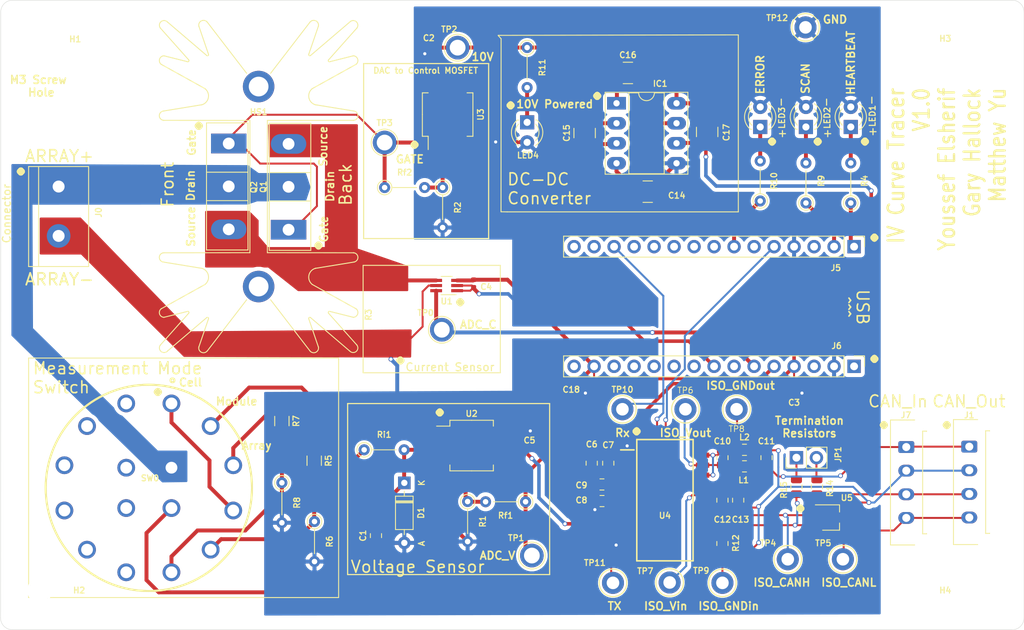
<source format=kicad_pcb>
(kicad_pcb (version 20171130) (host pcbnew 5.1.6-c6e7f7d~87~ubuntu18.04.1)
  (layers (0 F.Cu signal) (31 B.Cu signal) (34 B.Paste user) (35 F.Paste user) (36 B.SilkS user hide) (37 F.SilkS user) (38 B.Mask user) (39 F.Mask user hide) (44 Edge.Cuts user))
  (net 0 "")
  (net 1 GND)
  (net 2 +3V3)
  (net 3 +5V)
  (net 4 "Net-(C1-Pad2)")
  (net 5 +10V)
  (net 6 "Net-(C10-Pad1)")
  (net 7 "Net-(C10-Pad2)")
  (net 8 "Net-(C11-Pad1)")
  (net 9 "Net-(C11-Pad2)")
  (net 10 -10V)
  (net 11 "Net-(C15-Pad1)")
  (net 12 "Net-(C15-Pad2)")
  (net 13 "Net-(C16-Pad1)")
  (net 14 "Net-(C16-Pad2)")
  (net 15 "Net-(J0-Pad1)")
  (net 16 /CAN_H)
  (net 17 /CAN_L)
  (net 18 "Net-(J5-Pad15)")
  (net 19 "Net-(J5-Pad14)")
  (net 20 CAN_RX)
  (net 21 "Net-(J5-Pad12)")
  (net 22 "Net-(J5-Pad11)")
  (net 23 "Net-(J5-Pad10)")
  (net 24 "Net-(J5-Pad9)")
  (net 25 "Net-(J5-Pad8)")
  (net 26 "Net-(J5-Pad7)")
  (net 27 "Net-(J5-Pad6)")
  (net 28 CAN_TX)
  (net 29 "Net-(J5-Pad3)")
  (net 30 "Net-(J5-Pad2)")
  (net 31 "Net-(J5-Pad1)")
  (net 32 "Net-(J6-Pad15)")
  (net 33 "Net-(J6-Pad13)")
  (net 34 "Net-(J6-Pad12)")
  (net 35 "Net-(J6-Pad11)")
  (net 36 "Net-(J6-Pad10)")
  (net 37 "Net-(J6-Pad9)")
  (net 38 DAC_Control)
  (net 39 "Net-(J6-Pad7)")
  (net 40 ADC_C)
  (net 41 ADC_V)
  (net 42 "Net-(J6-Pad3)")
  (net 43 "Net-(J6-Pad1)")
  (net 44 /TERM_L)
  (net 45 /TERM_H)
  (net 46 "Net-(LED1-Pad1)")
  (net 47 "Net-(LED2-Pad1)")
  (net 48 "Net-(LED3-Pad1)")
  (net 49 "Net-(LED4-Pad1)")
  (net 50 GATE)
  (net 51 "Net-(Q1-Pad3)")
  (net 52 "Net-(R1-Pad1)")
  (net 53 "Net-(R2-Pad1)")
  (net 54 "Net-(R5-Pad1)")
  (net 55 "Net-(R5-Pad2)")
  (net 56 "Net-(R7-Pad1)")
  (net 57 "Net-(R7-Pad2)")
  (net 58 /RSlope)
  (net 59 "Net-(Ri1-Pad1)")
  (net 60 "Net-(SW0-Pad1)")
  (net 61 "Net-(U2-Pad5)")
  (net 62 "Net-(U2-Pad6)")
  (net 63 "Net-(U2-Pad7)")
  (net 64 "Net-(U3-Pad5)")
  (net 65 "Net-(U3-Pad6)")
  (net 66 "Net-(U3-Pad7)")
  (net 67 "Net-(U4-Pad6)")
  (net 68 "Net-(U4-Pad8)")
  (net 69 "Net-(U4-Pad9)")
  (net 70 "Net-(U4-Pad17)")
  (module Connector_Molex:Molex_Micro-Fit_3.0_43650-0415_1x04_P3.00mm_Vertical (layer F.Cu) (at 210.05 136.8 270)
    (fp_text reference J7 (at -4.05 0.05 180) (layer F.SilkS) (effects (font (size 0.75 0.75))))
    (fp_text value CAN_In)
    (pad "" np_thru_hole circle (at -3 -1.96 270) (size 1.27 1.27) (drill 1.27) (layers *.Cu *.Mask))
    (pad "" np_thru_hole circle (at 12 -1.96 270) (size 1.27 1.27) (drill 1.27) (layers *.Cu *.Mask))
    (pad 1 thru_hole roundrect (at 0 0 270) (size 1.5 2.02) (drill 1.02) (layers *.Cu *.Mask) (roundrect_rratio 0.166667) (net 8 "Net-(C11-Pad1)"))
    (pad 2 thru_hole oval (at 3 0 270) (size 1.5 2.02) (drill 1.02) (layers *.Cu *.Mask) (net 9 "Net-(C11-Pad2)"))
    (pad 3 thru_hole oval (at 6 0 270) (size 1.5 2.02) (drill 1.02) (layers *.Cu *.Mask) (net 16 /CAN_H))
    (pad 4 thru_hole oval (at 9 0 270) (size 1.5 2.02) (drill 1.02) (layers *.Cu *.Mask) (net 17 /CAN_L))
  )
  (module Connector_Molex:Molex_Micro-Fit_3.0_43650-0415_1x04_P3.00mm_Vertical (layer F.Cu) (at 218.05 136.75 270)
    (fp_text reference J1 (at -4 0 180) (layer F.SilkS) (effects (font (size 0.75 0.75))))
    (fp_text value CAN_Out)
    (pad "" np_thru_hole circle (at -3 -1.96 270) (size 1.27 1.27) (drill 1.27) (layers *.Cu *.Mask))
    (pad "" np_thru_hole circle (at 12 -1.96 270) (size 1.27 1.27) (drill 1.27) (layers *.Cu *.Mask))
    (pad 1 thru_hole roundrect (at 0 0 270) (size 1.5 2.02) (drill 1.02) (layers *.Cu *.Mask) (roundrect_rratio 0.166667) (net 8 "Net-(C11-Pad1)"))
    (pad 2 thru_hole oval (at 3 0 270) (size 1.5 2.02) (drill 1.02) (layers *.Cu *.Mask) (net 9 "Net-(C11-Pad2)"))
    (pad 3 thru_hole oval (at 6 0 270) (size 1.5 2.02) (drill 1.02) (layers *.Cu *.Mask) (net 16 /CAN_H))
    (pad 4 thru_hole oval (at 9 0 270) (size 1.5 2.02) (drill 1.02) (layers *.Cu *.Mask) (net 17 /CAN_L))
  )
  (module MountingHole:MountingHole_3.2mm_M3 (layer F.Cu) (at 220 155)
    (fp_text reference H4 (at -5 0) (layer F.SilkS) (effects (font (size 0.75 0.75))))
    (fp_text value MountingHole)
    (pad 1 np_thru_hole circle (at 0 0) (size 3.2 3.2) (drill 3.2) (layers *.Cu *.Mask))
  )
  (module MountingHole:MountingHole_3.2mm_M3 (layer F.Cu) (at 220 85)
    (fp_text reference H3 (at -5 -0.075) (layer F.SilkS) (effects (font (size 0.75 0.75))))
    (fp_text value MountingHole)
    (pad 1 np_thru_hole circle (at 0 0) (size 3.2 3.2) (drill 3.2) (layers *.Cu *.Mask))
  )
  (module MountingHole:MountingHole_3.2mm_M3 (layer F.Cu) (at 100 155)
    (fp_text reference H2 (at 5 0) (layer F.SilkS) (effects (font (size 0.75 0.75))))
    (fp_text value MountingHole)
    (pad 1 np_thru_hole circle (at 0 0) (size 3.2 3.2) (drill 3.2) (layers *.Cu *.Mask))
  )
  (module MountingHole:MountingHole_3.2mm_M3 (layer F.Cu) (at 100 85.05)
    (fp_text reference H1 (at 4.5 -0.05) (layer F.SilkS) (effects (font (size 0.75 0.75))))
    (fp_text value MountingHole)
    (pad 1 np_thru_hole circle (at 0 0) (size 3.2 3.2) (drill 3.2) (layers *.Cu *.Mask))
  )
  (module Capacitor_SMD:C_0402_1005Metric (layer F.Cu) (at 170.4 129.45 270)
    (fp_text reference C18 (at 0.05 2.9 180) (layer F.SilkS) (effects (font (size 0.75 0.75))))
    (fp_text value .1uF)
    (pad 2 smd roundrect (at 0.485 0 270) (size 0.59 0.64) (layers F.Cu F.Paste F.Mask) (net 1 GND))
    (pad 1 smd roundrect (at -0.485 0 270) (size 0.59 0.64) (layers F.Cu F.Paste F.Mask) (net 2 +3V3))
  )
  (module Capacitor_SMD:C_0402_1005Metric (layer F.Cu) (at 149.4124 86.0259)
    (fp_text reference C2 (at 0 -1.17) (layer F.SilkS) (effects (font (size 0.75 0.75))))
    (fp_text value .1uF)
    (pad 2 smd roundrect (at 0.485 0) (size 0.59 0.64) (layers F.Cu F.Paste F.Mask) (net 5 +10V))
    (pad 1 smd roundrect (at -0.485 0) (size 0.59 0.64) (layers F.Cu F.Paste F.Mask) (net 1 GND))
  )
  (module Capacitor_SMD:C_0402_1005Metric (layer F.Cu) (at 155.102 116.036 90)
    (fp_text reference C4 (at -0.414 1.598 180) (layer F.SilkS) (effects (font (size 0.75 0.75))))
    (fp_text value .1uF)
    (pad 2 smd roundrect (at 0.485 0 90) (size 0.59 0.64) (layers F.Cu F.Paste F.Mask) (net 2 +3V3))
    (pad 1 smd roundrect (at -0.485 0 90) (size 0.59 0.64) (layers F.Cu F.Paste F.Mask) (net 1 GND))
  )
  (module Capacitor_SMD:C_0402_1005Metric (layer F.Cu) (at 161.0456 134.7304 180)
    (fp_text reference C5 (at -1.1544 -1.2196) (layer F.SilkS) (effects (font (size 0.75 0.75))))
    (fp_text value .1uF)
    (pad 2 smd roundrect (at 0.485 0 180) (size 0.59 0.64) (layers F.Cu F.Paste F.Mask) (net 2 +3V3))
    (pad 1 smd roundrect (at -0.485 0 180) (size 0.59 0.64) (layers F.Cu F.Paste F.Mask) (net 1 GND))
  )
  (module Capacitor_SMD:C_0402_1005Metric (layer F.Cu) (at 195.8 129.45 270)
    (fp_text reference C3 (at 1.7 0 180) (layer F.SilkS) (effects (font (size 0.75 0.75))))
    (fp_text value .1uF)
    (pad 2 smd roundrect (at 0.485 0 270) (size 0.59 0.64) (layers F.Cu F.Paste F.Mask) (net 1 GND))
    (pad 1 smd roundrect (at -0.485 0 270) (size 0.59 0.64) (layers F.Cu F.Paste F.Mask) (net 3 +5V))
  )
  (module Connector_PinHeader_2.54mm:PinHeader_1x15_P2.54mm_Vertical (layer F.Cu) (at 203.42 111.35 270)
    (fp_text reference J5 (at 2.7 2.32 180) (layer F.SilkS) (effects (font (size 0.75 0.75))))
    (fp_text value Conn_01x15)
    (pad 15 thru_hole oval (at 0 35.56 270) (size 1.7 1.7) (drill 1) (layers *.Cu *.Mask) (net 18 "Net-(J5-Pad15)"))
    (pad 14 thru_hole oval (at 0 33.02 270) (size 1.7 1.7) (drill 1) (layers *.Cu *.Mask) (net 19 "Net-(J5-Pad14)"))
    (pad 13 thru_hole oval (at 0 30.48 270) (size 1.7 1.7) (drill 1) (layers *.Cu *.Mask) (net 20 CAN_RX))
    (pad 12 thru_hole oval (at 0 27.94 270) (size 1.7 1.7) (drill 1) (layers *.Cu *.Mask) (net 21 "Net-(J5-Pad12)"))
    (pad 11 thru_hole oval (at 0 25.4 270) (size 1.7 1.7) (drill 1) (layers *.Cu *.Mask) (net 22 "Net-(J5-Pad11)"))
    (pad 10 thru_hole oval (at 0 22.86 270) (size 1.7 1.7) (drill 1) (layers *.Cu *.Mask) (net 23 "Net-(J5-Pad10)"))
    (pad 9 thru_hole oval (at 0 20.32 270) (size 1.7 1.7) (drill 1) (layers *.Cu *.Mask) (net 24 "Net-(J5-Pad9)"))
    (pad 8 thru_hole oval (at 0 17.78 270) (size 1.7 1.7) (drill 1) (layers *.Cu *.Mask) (net 25 "Net-(J5-Pad8)"))
    (pad 7 thru_hole oval (at 0 15.24 270) (size 1.7 1.7) (drill 1) (layers *.Cu *.Mask) (net 26 "Net-(J5-Pad7)"))
    (pad 6 thru_hole oval (at 0 12.7 270) (size 1.7 1.7) (drill 1) (layers *.Cu *.Mask) (net 27 "Net-(J5-Pad6)"))
    (pad 5 thru_hole oval (at 0 10.16 270) (size 1.7 1.7) (drill 1) (layers *.Cu *.Mask) (net 28 CAN_TX))
    (pad 4 thru_hole oval (at 0 7.62 270) (size 1.7 1.7) (drill 1) (layers *.Cu *.Mask) (net 1 GND))
    (pad 3 thru_hole oval (at 0 5.08 270) (size 1.7 1.7) (drill 1) (layers *.Cu *.Mask) (net 29 "Net-(J5-Pad3)"))
    (pad 2 thru_hole oval (at 0 2.54 270) (size 1.7 1.7) (drill 1) (layers *.Cu *.Mask) (net 30 "Net-(J5-Pad2)"))
    (pad 1 thru_hole rect (at 0 0 270) (size 1.7 1.7) (drill 1) (layers *.Cu *.Mask) (net 31 "Net-(J5-Pad1)"))
  )
  (module Connector_PinHeader_2.54mm:PinHeader_1x15_P2.54mm_Vertical (layer F.Cu) (at 203.42 126.55 270)
    (fp_text reference J6 (at -2.6 2.22 180) (layer F.SilkS) (effects (font (size 0.75 0.75))))
    (fp_text value Conn_01x15)
    (pad 15 thru_hole oval (at 0 35.56 270) (size 1.7 1.7) (drill 1) (layers *.Cu *.Mask) (net 32 "Net-(J6-Pad15)"))
    (pad 14 thru_hole oval (at 0 33.02 270) (size 1.7 1.7) (drill 1) (layers *.Cu *.Mask) (net 2 +3V3))
    (pad 13 thru_hole oval (at 0 30.48 270) (size 1.7 1.7) (drill 1) (layers *.Cu *.Mask) (net 33 "Net-(J6-Pad13)"))
    (pad 12 thru_hole oval (at 0 27.94 270) (size 1.7 1.7) (drill 1) (layers *.Cu *.Mask) (net 34 "Net-(J6-Pad12)"))
    (pad 11 thru_hole oval (at 0 25.4 270) (size 1.7 1.7) (drill 1) (layers *.Cu *.Mask) (net 35 "Net-(J6-Pad11)"))
    (pad 10 thru_hole oval (at 0 22.86 270) (size 1.7 1.7) (drill 1) (layers *.Cu *.Mask) (net 36 "Net-(J6-Pad10)"))
    (pad 9 thru_hole oval (at 0 20.32 270) (size 1.7 1.7) (drill 1) (layers *.Cu *.Mask) (net 37 "Net-(J6-Pad9)"))
    (pad 8 thru_hole oval (at 0 17.78 270) (size 1.7 1.7) (drill 1) (layers *.Cu *.Mask) (net 38 DAC_Control))
    (pad 7 thru_hole oval (at 0 15.24 270) (size 1.7 1.7) (drill 1) (layers *.Cu *.Mask) (net 39 "Net-(J6-Pad7)"))
    (pad 6 thru_hole oval (at 0 12.7 270) (size 1.7 1.7) (drill 1) (layers *.Cu *.Mask) (net 40 ADC_C))
    (pad 5 thru_hole oval (at 0 10.16 270) (size 1.7 1.7) (drill 1) (layers *.Cu *.Mask) (net 41 ADC_V))
    (pad 4 thru_hole oval (at 0 7.62 270) (size 1.7 1.7) (drill 1) (layers *.Cu *.Mask) (net 3 +5V))
    (pad 3 thru_hole oval (at 0 5.08 270) (size 1.7 1.7) (drill 1) (layers *.Cu *.Mask) (net 42 "Net-(J6-Pad3)"))
    (pad 2 thru_hole oval (at 0 2.54 270) (size 1.7 1.7) (drill 1) (layers *.Cu *.Mask) (net 1 GND))
    (pad 1 thru_hole rect (at 0 0 270) (size 1.7 1.7) (drill 1) (layers *.Cu *.Mask) (net 43 "Net-(J6-Pad1)"))
  )
  (module Resistor_SMD:R_0805_2012Metric (layer F.Cu) (at 196.1 141.85 270)
    (fp_text reference R15 (at 0.4 1.6 90) (layer F.SilkS) (effects (font (size 0.75 0.75))))
    (fp_text value 60)
    (pad 1 smd roundrect (at -0.9375 0 270) (size 0.975 1.4) (layers F.Cu F.Paste F.Mask) (net 44 /TERM_L))
    (pad 2 smd roundrect (at 0.9375 0 270) (size 0.975 1.4) (layers F.Cu F.Paste F.Mask) (net 17 /CAN_L))
  )
  (module TestPoint:TestPoint_Keystone_5005-5009_Compact (layer F.Cu) (at 180 154)
    (fp_text reference TP7 (at -3.1 -1.45) (layer F.SilkS) (effects (font (size 0.75 0.75))))
    (fp_text value ISO_Vin)
    (pad 1 thru_hole circle (at 0 0) (size 2.8 2.8) (drill 1.6) (layers *.Cu *.Mask) (net 8 "Net-(C11-Pad1)"))
  )
  (module TestPoint:TestPoint_Keystone_5005-5009_Compact (layer F.Cu) (at 186.7 154.05 180)
    (fp_text reference TP9 (at 2.7 1.55) (layer F.SilkS) (effects (font (size 0.75 0.75))))
    (fp_text value ISO_GNDin)
    (pad 1 thru_hole circle (at 0 0 180) (size 2.8 2.8) (drill 1.6) (layers *.Cu *.Mask) (net 9 "Net-(C11-Pad2)"))
  )
  (module SamacSys_Parts:SOIC127P1030X264-20N (layer F.Cu) (at 179.4 143.55)
    (fp_text reference U4 (at 0 1.95) (layer F.SilkS) (effects (font (size 0.75 0.75))))
    (fp_text value ADM3055E hide)
    (pad 1 smd rect (at -4.775 -5.715 90) (size 0.65 1.7) (layers F.Cu F.Paste F.Mask) (net 1 GND))
    (pad 2 smd rect (at -4.775 -4.445 90) (size 0.65 1.7) (layers F.Cu F.Paste F.Mask) (net 1 GND))
    (pad 3 smd rect (at -4.775 -3.175 90) (size 0.65 1.7) (layers F.Cu F.Paste F.Mask) (net 3 +5V))
    (pad 4 smd rect (at -4.775 -1.905 90) (size 0.65 1.7) (layers F.Cu F.Paste F.Mask) (net 2 +3V3))
    (pad 5 smd rect (at -4.775 -0.635 90) (size 0.65 1.7) (layers F.Cu F.Paste F.Mask) (net 20 CAN_RX))
    (pad 6 smd rect (at -4.775 0.635 90) (size 0.65 1.7) (layers F.Cu F.Paste F.Mask) (net 67 "Net-(U4-Pad6)"))
    (pad 7 smd rect (at -4.775 1.905 90) (size 0.65 1.7) (layers F.Cu F.Paste F.Mask) (net 28 CAN_TX))
    (pad 8 smd rect (at -4.775 3.175 90) (size 0.65 1.7) (layers F.Cu F.Paste F.Mask) (net 68 "Net-(U4-Pad8)"))
    (pad 9 smd rect (at -4.775 4.445 90) (size 0.65 1.7) (layers F.Cu F.Paste F.Mask) (net 69 "Net-(U4-Pad9)"))
    (pad 10 smd rect (at -4.775 5.715 90) (size 0.65 1.7) (layers F.Cu F.Paste F.Mask) (net 1 GND))
    (pad 11 smd rect (at 4.775 5.715 90) (size 0.65 1.7) (layers F.Cu F.Paste F.Mask) (net 9 "Net-(C11-Pad2)"))
    (pad 12 smd rect (at 4.775 4.445 90) (size 0.65 1.7) (layers F.Cu F.Paste F.Mask) (net 58 /RSlope))
    (pad 13 smd rect (at 4.775 3.175 90) (size 0.65 1.7) (layers F.Cu F.Paste F.Mask) (net 17 /CAN_L))
    (pad 14 smd rect (at 4.775 1.905 90) (size 0.65 1.7) (layers F.Cu F.Paste F.Mask) (net 16 /CAN_H))
    (pad 15 smd rect (at 4.775 0.635 90) (size 0.65 1.7) (layers F.Cu F.Paste F.Mask) (net 9 "Net-(C11-Pad2)"))
    (pad 16 smd rect (at 4.775 -0.635 90) (size 0.65 1.7) (layers F.Cu F.Paste F.Mask) (net 8 "Net-(C11-Pad1)"))
    (pad 17 smd rect (at 4.775 -1.905 90) (size 0.65 1.7) (layers F.Cu F.Paste F.Mask) (net 70 "Net-(U4-Pad17)"))
    (pad 18 smd rect (at 4.775 -3.175 90) (size 0.65 1.7) (layers F.Cu F.Paste F.Mask) (net 7 "Net-(C10-Pad2)"))
    (pad 19 smd rect (at 4.775 -4.445 90) (size 0.65 1.7) (layers F.Cu F.Paste F.Mask) (net 6 "Net-(C10-Pad1)"))
    (pad 20 smd rect (at 4.775 -5.715 90) (size 0.65 1.7) (layers F.Cu F.Paste F.Mask) (net 7 "Net-(C10-Pad2)"))
  )
  (module TestPoint:TestPoint_Keystone_5005-5009_Compact (layer F.Cu) (at 174 132)
    (fp_text reference TP10 (at 0 -2.5) (layer F.SilkS) (effects (font (size 0.75 0.75))))
    (fp_text value CAN_Rx)
    (pad 1 thru_hole circle (at 0 0) (size 2.8 2.8) (drill 1.6) (layers *.Cu *.Mask) (net 20 CAN_RX))
  )
  (module Capacitor_SMD:C_0805_2012Metric (layer F.Cu) (at 171.41 143.66 180)
    (fp_text reference C8 (at 2.61 0.11) (layer F.SilkS) (effects (font (size 0.75 0.75))))
    (fp_text value 0.1uF)
    (pad 1 smd roundrect (at -0.9375 0 180) (size 0.975 1.4) (layers F.Cu F.Paste F.Mask) (net 2 +3V3))
    (pad 2 smd roundrect (at 0.9375 0 180) (size 0.975 1.4) (layers F.Cu F.Paste F.Mask) (net 1 GND))
  )
  (module Capacitor_SMD:C_0805_2012Metric (layer F.Cu) (at 188.7 143.55 270)
    (fp_text reference C13 (at 2.45 -0.3 180) (layer F.SilkS) (effects (font (size 0.75 0.75))))
    (fp_text value 0.01uF)
    (pad 1 smd roundrect (at -0.9375 0 270) (size 0.975 1.4) (layers F.Cu F.Paste F.Mask) (net 8 "Net-(C11-Pad1)"))
    (pad 2 smd roundrect (at 0.9375 0 270) (size 0.975 1.4) (layers F.Cu F.Paste F.Mask) (net 9 "Net-(C11-Pad2)"))
  )
  (module Capacitor_SMD:C_0805_2012Metric (layer F.Cu) (at 171.4 141.55 180)
    (fp_text reference C9 (at 2.6 -0.1) (layer F.SilkS) (effects (font (size 0.75 0.75))))
    (fp_text value 0.01uF)
    (pad 1 smd roundrect (at -0.9375 0 180) (size 0.975 1.4) (layers F.Cu F.Paste F.Mask) (net 2 +3V3))
    (pad 2 smd roundrect (at 0.9375 0 180) (size 0.975 1.4) (layers F.Cu F.Paste F.Mask) (net 1 GND))
  )
  (module Capacitor_SMD:C_0805_2012Metric (layer F.Cu) (at 186.7 138.15 90)
    (fp_text reference C10 (at 2.1 0 180) (layer F.SilkS) (effects (font (size 0.75 0.75))))
    (fp_text value 0.22uF)
    (pad 1 smd roundrect (at -0.9375 0 90) (size 0.975 1.4) (layers F.Cu F.Paste F.Mask) (net 6 "Net-(C10-Pad1)"))
    (pad 2 smd roundrect (at 0.9375 0 90) (size 0.975 1.4) (layers F.Cu F.Paste F.Mask) (net 7 "Net-(C10-Pad2)"))
  )
  (module TestPoint:TestPoint_Keystone_5005-5009_Compact (layer F.Cu) (at 195 151.05)
    (fp_text reference TP4 (at -2.5 -2.05) (layer F.SilkS) (effects (font (size 0.75 0.75))))
    (fp_text value CAN_H)
    (pad 1 thru_hole circle (at 0 0) (size 2.8 2.8) (drill 1.6) (layers *.Cu *.Mask) (net 16 /CAN_H))
  )
  (module Capacitor_SMD:C_0805_2012Metric (layer F.Cu) (at 192.3 138.15 90)
    (fp_text reference C11 (at 2.1 0 180) (layer F.SilkS) (effects (font (size 0.75 0.75))))
    (fp_text value 10uF)
    (pad 1 smd roundrect (at -0.9375 0 90) (size 0.975 1.4) (layers F.Cu F.Paste F.Mask) (net 8 "Net-(C11-Pad1)"))
    (pad 2 smd roundrect (at 0.9375 0 90) (size 0.975 1.4) (layers F.Cu F.Paste F.Mask) (net 9 "Net-(C11-Pad2)"))
  )
  (module Capacitor_SMD:C_0805_2012Metric (layer F.Cu) (at 186.7 143.55 270)
    (fp_text reference C12 (at 2.45 0 180) (layer F.SilkS) (effects (font (size 0.75 0.75))))
    (fp_text value 0.1uF)
    (pad 1 smd roundrect (at -0.9375 0 270) (size 0.975 1.4) (layers F.Cu F.Paste F.Mask) (net 8 "Net-(C11-Pad1)"))
    (pad 2 smd roundrect (at 0.9375 0 270) (size 0.975 1.4) (layers F.Cu F.Paste F.Mask) (net 9 "Net-(C11-Pad2)"))
  )
  (module TestPoint:TestPoint_Keystone_5005-5009_Compact (layer F.Cu) (at 188.5 132 180)
    (fp_text reference TP8 (at 0 -2.5) (layer F.SilkS) (effects (font (size 0.75 0.75) (thickness 0.1))))
    (fp_text value ISO_GNDout)
    (pad 1 thru_hole circle (at 0 0 180) (size 2.8 2.8) (drill 1.6) (layers *.Cu *.Mask) (net 7 "Net-(C10-Pad2)"))
  )
  (module Inductor_SMD:L_0805_2012Metric (layer F.Cu) (at 189.5 139.25 180)
    (fp_text reference L1 (at 0.1 -1.75) (layer F.SilkS) (effects (font (size 0.75 0.75))))
    (fp_text value 2kH)
    (pad 1 smd roundrect (at -0.9375 0 180) (size 0.975 1.4) (layers F.Cu F.Paste F.Mask) (net 8 "Net-(C11-Pad1)"))
    (pad 2 smd roundrect (at 0.9375 0 180) (size 0.975 1.4) (layers F.Cu F.Paste F.Mask) (net 6 "Net-(C10-Pad1)"))
  )
  (module Resistor_SMD:R_0805_2012Metric (layer F.Cu) (at 186.7 149.05 270)
    (fp_text reference R12 (at -0.05 -1.7 90) (layer F.SilkS) (effects (font (size 0.75 0.75))))
    (fp_text value 0)
    (pad 1 smd roundrect (at -0.9375 0 270) (size 0.975 1.4) (layers F.Cu F.Paste F.Mask) (net 58 /RSlope))
    (pad 2 smd roundrect (at 0.9375 0 270) (size 0.975 1.4) (layers F.Cu F.Paste F.Mask) (net 9 "Net-(C11-Pad2)"))
  )
  (module TestPoint:TestPoint_Keystone_5005-5009_Compact (layer F.Cu) (at 182 132)
    (fp_text reference TP6 (at 0 -2.4) (layer F.SilkS) (effects (font (size 0.75 0.75) (thickness 0.1))))
    (fp_text value ISO_Vout)
    (pad 1 thru_hole circle (at 0 0) (size 2.8 2.8) (drill 1.6) (layers *.Cu *.Mask) (net 6 "Net-(C10-Pad1)"))
  )
  (module TestPoint:TestPoint_Keystone_5005-5009_Compact (layer F.Cu) (at 202 151.05)
    (fp_text reference TP5 (at -2.5 -2.05) (layer F.SilkS) (effects (font (size 0.75 0.75))))
    (fp_text value CAN_L)
    (pad 1 thru_hole circle (at 0 0) (size 2.8 2.8) (drill 1.6) (layers *.Cu *.Mask) (net 17 /CAN_L))
  )
  (module Package_TO_SOT_SMD:SOT-23W_Handsoldering (layer F.Cu) (at 200.5 145.75)
    (fp_text reference U5 (at 2 -2.5) (layer F.SilkS) (effects (font (size 0.75 0.75))))
    (fp_text value CDSOT23-T24CAN)
    (pad 1 smd rect (at -1.7 -0.95) (size 2 0.7) (layers F.Cu F.Paste F.Mask) (net 16 /CAN_H))
    (pad 2 smd rect (at -1.7 0.95) (size 2 0.7) (layers F.Cu F.Paste F.Mask) (net 17 /CAN_L))
    (pad 3 smd rect (at 1.7 0) (size 2 0.7) (layers F.Cu F.Paste F.Mask) (net 9 "Net-(C11-Pad2)"))
  )
  (module TestPoint:TestPoint_Keystone_5005-5009_Compact (layer F.Cu) (at 172.8 154.05 180)
    (fp_text reference TP11 (at 2.3 2.55) (layer F.SilkS) (effects (font (size 0.75 0.75))))
    (fp_text value CAN_Tx)
    (pad 1 thru_hole circle (at 0 0 180) (size 2.8 2.8) (drill 1.6) (layers *.Cu *.Mask) (net 28 CAN_TX))
  )
  (module Connector_PinHeader_2.54mm:PinHeader_1x02_P2.54mm_Vertical (layer F.Cu) (at 196.1 138.15 90)
    (fp_text reference JP1 (at 0.4 5.3 270) (layer F.SilkS) (effects (font (size 0.75 0.75))))
    (fp_text value "Termination Resistors")
    (pad 1 thru_hole rect (at 0 0 90) (size 1.7 1.7) (drill 1) (layers *.Cu *.Mask) (net 44 /TERM_L))
    (pad 2 thru_hole oval (at 0 2.54 90) (size 1.7 1.7) (drill 1) (layers *.Cu *.Mask) (net 45 /TERM_H))
  )
  (module Inductor_SMD:L_0805_2012Metric (layer F.Cu) (at 189.5 137.15 180)
    (fp_text reference L2 (at 0 1.6) (layer F.SilkS) (effects (font (size 0.75 0.75))))
    (fp_text value 2kH)
    (pad 1 smd roundrect (at -0.9375 0 180) (size 0.975 1.4) (layers F.Cu F.Paste F.Mask) (net 9 "Net-(C11-Pad2)"))
    (pad 2 smd roundrect (at 0.9375 0 180) (size 0.975 1.4) (layers F.Cu F.Paste F.Mask) (net 7 "Net-(C10-Pad2)"))
  )
  (module Resistor_SMD:R_0805_2012Metric (layer F.Cu) (at 198.7 141.85 270)
    (fp_text reference R14 (at 0.2 -1.65 90) (layer F.SilkS) (effects (font (size 0.75 0.75))))
    (fp_text value 60)
    (pad 1 smd roundrect (at -0.9375 0 270) (size 0.975 1.4) (layers F.Cu F.Paste F.Mask) (net 45 /TERM_H))
    (pad 2 smd roundrect (at 0.9375 0 270) (size 0.975 1.4) (layers F.Cu F.Paste F.Mask) (net 16 /CAN_H))
  )
  (module LED_THT:LED_D3.0mm (layer F.Cu) (at 161.8965 95.5636 270)
    (fp_text reference LED4 (at 4.1864 -0.1035 180) (layer F.SilkS) (effects (font (size 0.75 0.75))))
    (fp_text value TLHR5400-AS12Z)
    (pad 1 thru_hole rect (at 0 0 270) (size 1.8 1.8) (drill 0.9) (layers *.Cu *.Mask) (net 49 "Net-(LED4-Pad1)"))
    (pad 2 thru_hole circle (at 2.54 0 270) (size 1.8 1.8) (drill 0.9) (layers *.Cu *.Mask) (net 1 GND))
  )
  (module Capacitor_SMD:C_0805_2012Metric (layer F.Cu) (at 170.1 138.85 90)
    (fp_text reference C6 (at 2.4 0 180) (layer F.SilkS) (effects (font (size 0.75 0.75))))
    (fp_text value 10uF)
    (pad 1 smd roundrect (at -0.9375 0 90) (size 0.975 1.4) (layers F.Cu F.Paste F.Mask) (net 3 +5V))
    (pad 2 smd roundrect (at 0.9375 0 90) (size 0.975 1.4) (layers F.Cu F.Paste F.Mask) (net 1 GND))
  )
  (module Capacitor_SMD:C_0805_2012Metric (layer F.Cu) (at 172.2 138.85 90)
    (fp_text reference C7 (at 2.3 0 180) (layer F.SilkS) (effects (font (size 0.75 0.75))))
    (fp_text value 0.1uF)
    (pad 1 smd roundrect (at -0.9375 0 90) (size 0.975 1.4) (layers F.Cu F.Paste F.Mask) (net 3 +5V))
    (pad 2 smd roundrect (at 0.9375 0 90) (size 0.975 1.4) (layers F.Cu F.Paste F.Mask) (net 1 GND))
  )
  (module Resistor_THT:R_Axial_DIN0204_L3.6mm_D1.6mm_P5.08mm_Vertical (layer F.Cu) (at 161.8965 86.064 270)
    (fp_text reference R11 (at 2.54 -1.92 90) (layer F.SilkS) (effects (font (size 0.75 0.75))))
    (fp_text value 1k)
    (pad 1 thru_hole circle (at 0 0 270) (size 1.4 1.4) (drill 0.7) (layers *.Cu *.Mask) (net 5 +10V))
    (pad 2 thru_hole oval (at 5.08 0 270) (size 1.4 1.4) (drill 0.7) (layers *.Cu *.Mask) (net 49 "Net-(LED4-Pad1)"))
  )
  (module TestPoint:TestPoint_Plated_Hole_D2.0mm (layer F.Cu) (at 153.07 86.0767 270)
    (fp_text reference TP2 (at -2.3267 1.07 180) (layer F.SilkS) (effects (font (size 0.75 0.75))))
    (fp_text value TestPoint)
    (pad 1 thru_hole circle (at 0 0 270) (size 3 3) (drill 2) (layers *.Cu *.Mask) (net 5 +10V))
  )
  (module Package_DIP:DIP-8_W7.62mm_Socket_LongPads (layer F.Cu) (at 173.2503 93.1379)
    (fp_text reference IC1 (at 5.5497 -2.4879) (layer F.SilkS) (effects (font (size 0.75 0.75))))
    (fp_text value MAX680ESA+)
    (pad 1 thru_hole rect (at 0 0) (size 2.4 1.6) (drill 0.8) (layers *.Cu *.Mask) (net 13 "Net-(C16-Pad1)"))
    (pad 5 thru_hole oval (at 7.62 7.62) (size 2.4 1.6) (drill 0.8) (layers *.Cu *.Mask) (net 1 GND))
    (pad 2 thru_hole oval (at 0 2.54) (size 2.4 1.6) (drill 0.8) (layers *.Cu *.Mask) (net 12 "Net-(C15-Pad2)"))
    (pad 6 thru_hole oval (at 7.62 5.08) (size 2.4 1.6) (drill 0.8) (layers *.Cu *.Mask) (net 3 +5V))
    (pad 3 thru_hole oval (at 0 5.08) (size 2.4 1.6) (drill 0.8) (layers *.Cu *.Mask) (net 11 "Net-(C15-Pad1)"))
    (pad 7 thru_hole oval (at 7.62 2.54) (size 2.4 1.6) (drill 0.8) (layers *.Cu *.Mask) (net 14 "Net-(C16-Pad2)"))
    (pad 4 thru_hole oval (at 0 7.62) (size 2.4 1.6) (drill 0.8) (layers *.Cu *.Mask) (net 10 -10V))
    (pad 8 thru_hole oval (at 7.62 0) (size 2.4 1.6) (drill 0.8) (layers *.Cu *.Mask) (net 5 +10V))
  )
  (module Capacitor_SMD:C_1210_3225Metric (layer F.Cu) (at 174.6981 89.2898)
    (fp_text reference C16 (at 0 -2.28) (layer F.SilkS) (effects (font (size 0.75 0.75))))
    (fp_text value 4.7uF)
    (pad 1 smd roundrect (at -1.4 0) (size 1.25 2.65) (layers F.Cu F.Paste F.Mask) (roundrect_rratio 0.2) (net 13 "Net-(C16-Pad1)"))
    (pad 2 smd roundrect (at 1.4 0) (size 1.25 2.65) (layers F.Cu F.Paste F.Mask) (roundrect_rratio 0.2) (net 14 "Net-(C16-Pad2)"))
  )
  (module Capacitor_SMD:C_1210_3225Metric (layer F.Cu) (at 184.7598 96.7828 90)
    (fp_text reference C17 (at -0.0672 2.4402 90) (layer F.SilkS) (effects (font (size 0.75 0.75))))
    (fp_text value 4.7uF)
    (pad 1 smd roundrect (at -1.4 0 90) (size 1.25 2.65) (layers F.Cu F.Paste F.Mask) (roundrect_rratio 0.2) (net 3 +5V))
    (pad 2 smd roundrect (at 1.4 0 90) (size 1.25 2.65) (layers F.Cu F.Paste F.Mask) (roundrect_rratio 0.2) (net 5 +10V))
  )
  (module Resistor_THT:R_Axial_DIN0204_L3.6mm_D1.6mm_P5.08mm_Vertical (layer F.Cu) (at 203 105.804 90)
    (fp_text reference R4 (at 2.804 1.75 90) (layer F.SilkS) (effects (font (size 0.75 0.75))))
    (fp_text value 330)
    (pad 2 thru_hole oval (at 5.08 0 90) (size 1.4 1.4) (drill 0.7) (layers *.Cu *.Mask) (net 46 "Net-(LED1-Pad1)"))
    (pad 1 thru_hole circle (at 0 0 90) (size 1.4 1.4) (drill 0.7) (layers *.Cu *.Mask) (net 31 "Net-(J5-Pad1)"))
  )
  (module LED_THT:LED_D3.0mm (layer F.Cu) (at 203 96.152 90)
    (fp_text reference LED1 (at 1.402 2.75 90) (layer F.SilkS) (effects (font (size 0.75 0.75))))
    (fp_text value TLHR5400-AS12Z)
    (pad 1 thru_hole rect (at 0 0 90) (size 1.8 1.8) (drill 0.9) (layers *.Cu *.Mask) (net 46 "Net-(LED1-Pad1)"))
    (pad 2 thru_hole circle (at 2.54 0 90) (size 1.8 1.8) (drill 0.9) (layers *.Cu *.Mask) (net 1 GND))
  )
  (module TestPoint:TestPoint_Plated_Hole_D2.0mm (layer F.Cu) (at 143.799 98.129)
    (fp_text reference TP3 (at 0 -2.498) (layer F.SilkS) (effects (font (size 0.75 0.75))))
    (fp_text value TestPoint)
    (pad 1 thru_hole circle (at 0 0) (size 3 3) (drill 2) (layers *.Cu *.Mask) (net 50 GATE))
  )
  (module Capacitor_SMD:C_1210_3225Metric (layer F.Cu) (at 169.2 96.9225 90)
    (fp_text reference C15 (at 0 -2.28 90) (layer F.SilkS) (effects (font (size 0.75 0.75))))
    (fp_text value 4.7uF)
    (pad 1 smd roundrect (at -1.4 0 90) (size 1.25 2.65) (layers F.Cu F.Paste F.Mask) (roundrect_rratio 0.2) (net 11 "Net-(C15-Pad1)"))
    (pad 2 smd roundrect (at 1.4 0 90) (size 1.25 2.65) (layers F.Cu F.Paste F.Mask) (roundrect_rratio 0.2) (net 12 "Net-(C15-Pad2)"))
  )
  (module Resistor_THT:R_Axial_DIN0204_L3.6mm_D1.6mm_P5.08mm_Vertical (layer F.Cu) (at 143.799 103.844)
    (fp_text reference Rf2 (at 2.54 -1.92) (layer F.SilkS) (effects (font (size 0.75 0.75))))
    (fp_text value 4k)
    (pad 2 thru_hole oval (at 5.08 0) (size 1.4 1.4) (drill 0.7) (layers *.Cu *.Mask) (net 53 "Net-(R2-Pad1)"))
    (pad 1 thru_hole circle (at 0 0) (size 1.4 1.4) (drill 0.7) (layers *.Cu *.Mask) (net 50 GATE))
  )
  (module Capacitor_SMD:C_1210_3225Metric (layer F.Cu) (at 177.2127 104.3647)
    (fp_text reference C14 (at 3.6873 0.4853) (layer F.SilkS) (effects (font (size 0.75 0.75))))
    (fp_text value 4.7uF)
    (pad 1 smd roundrect (at -1.4 0) (size 1.25 2.65) (layers F.Cu F.Paste F.Mask) (roundrect_rratio 0.2) (net 10 -10V))
    (pad 2 smd roundrect (at 1.4 0) (size 1.25 2.65) (layers F.Cu F.Paste F.Mask) (roundrect_rratio 0.2) (net 1 GND))
  )
  (module "IV Curve Tracer:ExpandedBlockTerminal-2H_P7.62mm" (layer F.Cu) (at 102.397 104.987 270)
    (fp_text reference J0 (at 2.013 -5.08 90) (layer F.SilkS) (effects (font (size 0.75 0.75))))
    (fp_text value TB002-500-02BE)
    (pad 1 thru_hole rect (at -1.27 0 270) (size 3 3) (drill 1.52) (layers *.Cu *.Mask) (net 15 "Net-(J0-Pad1)"))
    (pad 2 thru_hole circle (at 5 0 270) (size 3 3) (drill 1.52) (layers *.Cu *.Mask) (net 1 GND))
  )
  (module Package_SO:SO-8_5.3x6.2mm_P1.27mm (layer F.Cu) (at 154.848 136.61)
    (fp_text reference U2 (at 0 -4.05) (layer F.SilkS) (effects (font (size 0.75 0.75))))
    (fp_text value LT1215)
    (pad 1 smd roundrect (at -3.5 -1.905) (size 1.9 0.6) (layers F.Cu F.Paste F.Mask) (net 41 ADC_V))
    (pad 2 smd roundrect (at -3.5 -0.635) (size 1.9 0.6) (layers F.Cu F.Paste F.Mask) (net 52 "Net-(R1-Pad1)"))
    (pad 3 smd roundrect (at -3.5 0.635) (size 1.9 0.6) (layers F.Cu F.Paste F.Mask) (net 4 "Net-(C1-Pad2)"))
    (pad 4 smd roundrect (at -3.5 1.905) (size 1.9 0.6) (layers F.Cu F.Paste F.Mask) (net 1 GND))
    (pad 5 smd roundrect (at 3.5 1.905) (size 1.9 0.6) (layers F.Cu F.Paste F.Mask) (net 61 "Net-(U2-Pad5)"))
    (pad 6 smd roundrect (at 3.5 0.635) (size 1.9 0.6) (layers F.Cu F.Paste F.Mask) (net 62 "Net-(U2-Pad6)"))
    (pad 7 smd roundrect (at 3.5 -0.635) (size 1.9 0.6) (layers F.Cu F.Paste F.Mask) (net 63 "Net-(U2-Pad7)"))
    (pad 8 smd roundrect (at 3.5 -1.905) (size 1.9 0.6) (layers F.Cu F.Paste F.Mask) (net 2 +3V3))
  )
  (module Diode_THT:D_DO-35_SOD27_P7.62mm_Horizontal (layer F.Cu) (at 146.3 141.35 270)
    (fp_text reference D1 (at 3.81 -2.12 90) (layer F.SilkS) (effects (font (size 0.75 0.75))))
    (fp_text value 1N5226B-B)
    (fp_text user K (at 0 -2.2 90) (layer F.SilkS) (effects (font (size 0.75 0.75))))
    (pad 1 thru_hole rect (at 0 0 270) (size 1.6 1.6) (drill 0.8) (layers *.Cu *.Mask) (net 4 "Net-(C1-Pad2)"))
    (pad 2 thru_hole oval (at 7.62 0 270) (size 1.6 1.6) (drill 0.8) (layers *.Cu *.Mask) (net 1 GND))
  )
  (module Resistor_THT:R_Axial_DIN0204_L3.6mm_D1.6mm_P5.08mm_Vertical (layer F.Cu) (at 130.75 141.335 270)
    (fp_text reference R8 (at 2.54 -1.92 90) (layer F.SilkS) (effects (font (size 0.75 0.75))))
    (fp_text value 2k)
    (pad 2 thru_hole oval (at 5.08 0 270) (size 1.4 1.4) (drill 0.7) (layers *.Cu *.Mask) (net 1 GND))
    (pad 1 thru_hole circle (at 0 0 270) (size 1.4 1.4) (drill 0.7) (layers *.Cu *.Mask) (net 57 "Net-(R7-Pad2)"))
  )
  (module Package_TO_SOT_THT:TO-247-3_Vertical (layer F.Cu) (at 131.6 109.2 90)
    (fp_text reference Q1 (at 5.45 -3.2 90) (layer F.SilkS) (effects (font (size 0.75 0.75))))
    (fp_text value IRF100P218XKMA1)
    (pad 1 thru_hole rect (at 0 0 90) (size 2.5 4.5) (drill 1.5) (layers *.Cu *.Mask) (net 50 GATE))
    (pad 2 thru_hole oval (at 5.45 0 90) (size 2.5 4.5) (drill 1.5) (layers *.Cu *.Mask) (net 15 "Net-(J0-Pad1)"))
    (pad 3 thru_hole oval (at 10.9 0 90) (size 2.5 4.5) (drill 1.5) (layers *.Cu *.Mask) (net 51 "Net-(Q1-Pad3)"))
  )
  (module Resistor_THT:R_Axial_DIN0204_L3.6mm_D1.6mm_P5.08mm_Vertical (layer F.Cu) (at 191.5 105.55 90)
    (fp_text reference R10 (at 2.55 1.75 90) (layer F.SilkS) (effects (font (size 0.75 0.75))))
    (fp_text value 330)
    (pad 2 thru_hole oval (at 5.08 0 90) (size 1.4 1.4) (drill 0.7) (layers *.Cu *.Mask) (net 48 "Net-(LED3-Pad1)"))
    (pad 1 thru_hole circle (at 0 0 90) (size 1.4 1.4) (drill 0.7) (layers *.Cu *.Mask) (net 26 "Net-(J5-Pad7)"))
  )
  (module "IV Curve Tracer:R-WSLF2512L5000FEB" (layer F.Cu) (at 140.624 118.703 90)
    (fp_text reference R3 (at -1.297 1.126 90) (layer F.SilkS) (effects (font (size 0.75 0.75))))
    (fp_text value "R3: WSLF2512L5000FEB (.5mO)")
    (pad 1 smd rect (at -5 4 90) (size 1.8 3.4) (layers F.Cu F.Paste F.Mask) (net 1 GND))
    (pad 2 smd rect (at 3.1 4 90) (size 1.8 3.4) (layers F.Cu F.Paste F.Mask) (net 51 "Net-(Q1-Pad3)"))
  )
  (module TestPoint:TestPoint_Plated_Hole_D2.0mm (layer F.Cu) (at 151.0634 121.9034)
    (fp_text reference TP0 (at -2.0634 -2.1534) (layer F.SilkS) (effects (font (size 0.75 0.75))))
    (fp_text value TestPoint)
    (pad 1 thru_hole circle (at 0 0) (size 3 3) (drill 2) (layers *.Cu *.Mask) (net 40 ADC_C))
  )
  (module Package_SO:SO-8_5.3x6.2mm_P1.27mm (layer F.Cu) (at 151.8 94.573 90)
    (fp_text reference U3 (at 0 4.2 90) (layer F.SilkS) (effects (font (size 0.75 0.75))))
    (fp_text value LT1215)
    (pad 1 smd roundrect (at -3.5 -1.905 90) (size 1.9 0.6) (layers F.Cu F.Paste F.Mask) (net 50 GATE))
    (pad 2 smd roundrect (at -3.5 -0.635 90) (size 1.9 0.6) (layers F.Cu F.Paste F.Mask) (net 53 "Net-(R2-Pad1)"))
    (pad 3 smd roundrect (at -3.5 0.635 90) (size 1.9 0.6) (layers F.Cu F.Paste F.Mask) (net 38 DAC_Control))
    (pad 4 smd roundrect (at -3.5 1.905 90) (size 1.9 0.6) (layers F.Cu F.Paste F.Mask) (net 1 GND))
    (pad 5 smd roundrect (at 3.5 1.905 90) (size 1.9 0.6) (layers F.Cu F.Paste F.Mask) (net 64 "Net-(U3-Pad5)"))
    (pad 6 smd roundrect (at 3.5 0.635 90) (size 1.9 0.6) (layers F.Cu F.Paste F.Mask) (net 65 "Net-(U3-Pad6)"))
    (pad 7 smd roundrect (at 3.5 -0.635 90) (size 1.9 0.6) (layers F.Cu F.Paste F.Mask) (net 66 "Net-(U3-Pad7)"))
    (pad 8 smd roundrect (at 3.5 -1.905 90) (size 1.9 0.6) (layers F.Cu F.Paste F.Mask) (net 5 +10V))
  )
  (module Heatsink:Heatsink_Fischer_SK129-STS_42x25mm_2xDrill2.5mm (layer F.Cu) (at 127.797 103.717 90)
    (fp_text reference HS1 (at 9.467 0.003 180) (layer F.SilkS) (effects (font (size 0.75 0.75))))
    (fp_text value Heatsink)
    (pad 1 thru_hole circle (at -12.7 0 270) (size 4 4) (drill 2.5) (layers *.Cu *.Mask))
    (pad 1 thru_hole circle (at 12.7 0 90) (size 4 4) (drill 2.5) (layers *.Cu *.Mask))
  )
  (module Resistor_THT:R_Axial_DIN0204_L3.6mm_D1.6mm_P5.08mm_Vertical (layer F.Cu) (at 197.304 105.804 90)
    (fp_text reference R9 (at 2.804 1.946 90) (layer F.SilkS) (effects (font (size 0.75 0.75))))
    (fp_text value 330)
    (pad 2 thru_hole oval (at 5.08 0 90) (size 1.4 1.4) (drill 0.7) (layers *.Cu *.Mask) (net 47 "Net-(LED2-Pad1)"))
    (pad 1 thru_hole circle (at 0 0 90) (size 1.4 1.4) (drill 0.7) (layers *.Cu *.Mask) (net 30 "Net-(J5-Pad2)"))
  )
  (module Package_TO_SOT_SMD:SOT-363_SC-70-6_Handsoldering (layer F.Cu) (at 151.673 116.29 180)
    (fp_text reference U1 (at 0 -2) (layer F.SilkS) (effects (font (size 0.75 0.75))))
    (fp_text value INA211CQDCKRQ1)
    (pad 6 smd rect (at 1.33 -0.65 180) (size 1.5 0.4) (layers F.Cu F.Paste F.Mask) (net 40 ADC_C))
    (pad 5 smd rect (at 1.33 0 180) (size 1.5 0.4) (layers F.Cu F.Paste F.Mask) (net 1 GND))
    (pad 4 smd rect (at 1.33 0.65 180) (size 1.5 0.4) (layers F.Cu F.Paste F.Mask) (net 51 "Net-(Q1-Pad3)"))
    (pad 3 smd rect (at -1.33 0.65 180) (size 1.5 0.4) (layers F.Cu F.Paste F.Mask) (net 2 +3V3))
    (pad 2 smd rect (at -1.33 0 180) (size 1.5 0.4) (layers F.Cu F.Paste F.Mask) (net 1 GND))
    (pad 1 smd rect (at -1.33 -0.65 180) (size 1.5 0.4) (layers F.Cu F.Paste F.Mask) (net 1 GND))
  )
  (module Resistor_THT:R_Axial_DIN0204_L3.6mm_D1.6mm_P5.08mm_Vertical (layer F.Cu) (at 161.7 143.75 180)
    (fp_text reference Rf1 (at 2.54 -1.75) (layer F.SilkS) (effects (font (size 0.75 0.75))))
    (fp_text value 1k)
    (pad 2 thru_hole oval (at 5.08 0 180) (size 1.4 1.4) (drill 0.7) (layers *.Cu *.Mask) (net 52 "Net-(R1-Pad1)"))
    (pad 1 thru_hole circle (at 0 0 180) (size 1.4 1.4) (drill 0.7) (layers *.Cu *.Mask) (net 41 ADC_V))
  )
  (module TestPoint:TestPoint_Plated_Hole_D2.0mm (layer F.Cu) (at 162.5 150.58)
    (fp_text reference TP1 (at -2 -2.23) (layer F.SilkS) (effects (font (size 0.75 0.75))))
    (fp_text value TestPoint)
    (pad 1 thru_hole circle (at 0 0) (size 3 3) (drill 2) (layers *.Cu *.Mask) (net 41 ADC_V))
  )
  (module LED_THT:LED_D3.0mm (layer F.Cu) (at 197.304 96.152 90)
    (fp_text reference LED2 (at 1.152 2.696 90) (layer F.SilkS) (effects (font (size 0.75 0.75))))
    (fp_text value TLHR5400-AS12Z)
    (pad 1 thru_hole rect (at 0 0 90) (size 1.8 1.8) (drill 0.9) (layers *.Cu *.Mask) (net 47 "Net-(LED2-Pad1)"))
    (pad 2 thru_hole circle (at 2.54 0 90) (size 1.8 1.8) (drill 0.9) (layers *.Cu *.Mask) (net 1 GND))
  )
  (module LED_THT:LED_D3.0mm (layer F.Cu) (at 191.5 96.152 90)
    (fp_text reference LED3 (at 1.152 2.75 90) (layer F.SilkS) (effects (font (size 0.75 0.75))))
    (fp_text value TLHR5400-AS12Z)
    (pad 1 thru_hole rect (at 0 0 90) (size 1.8 1.8) (drill 0.9) (layers *.Cu *.Mask) (net 48 "Net-(LED3-Pad1)"))
    (pad 2 thru_hole circle (at 2.54 0 90) (size 1.8 1.8) (drill 0.9) (layers *.Cu *.Mask) (net 1 GND))
  )
  (module CK1052:CK1052 (layer F.Cu) (at 113.855 141.985 180)
    (fp_text reference SW0 (at -0.145 1.235) (layer F.SilkS) (effects (font (size 0.75 0.75))))
    (fp_text value SW_Rotary2x3 hide)
    (pad 16 thru_hole circle (at 2.87289 2.563 180) (size 2.25 2.25) (drill 1.5) (layers *.Cu *.Mask))
    (pad 15 thru_hole circle (at 2.87289 -2.56301 180) (size 2.25 2.25) (drill 1.5) (layers *.Cu *.Mask))
    (pad 14 thru_hole circle (at -2.87289 -2.56301 180) (size 2.25 2.25) (drill 1.5) (layers *.Cu *.Mask) (net 59 "Net-(Ri1-Pad1)"))
    (pad 13 thru_hole circle (at -2.87289 2.56301 180) (size 2.25 2.25) (drill 1.5) (layers *.Cu *.Mask) (net 15 "Net-(J0-Pad1)"))
    (pad 12 thru_hole circle (at 2.87289 10.7218 180) (size 2.25 2.25) (drill 1.5) (layers *.Cu *.Mask))
    (pad 11 thru_hole circle (at 7.84889 7.84889 180) (size 2.25 2.25) (drill 1.5) (layers *.Cu *.Mask))
    (pad 10 thru_hole circle (at 10.7218 2.87289 180) (size 2.25 2.25) (drill 1.5) (layers *.Cu *.Mask))
    (pad 9 thru_hole circle (at 10.7218 -2.87289 180) (size 2.25 2.25) (drill 1.5) (layers *.Cu *.Mask))
    (pad 8 thru_hole circle (at 7.84889 -7.84889 180) (size 2.25 2.25) (drill 1.5) (layers *.Cu *.Mask))
    (pad 7 thru_hole circle (at 2.87289 -10.7218 180) (size 2.25 2.25) (drill 1.5) (layers *.Cu *.Mask))
    (pad 6 thru_hole circle (at -2.87289 -10.7218 180) (size 2.25 2.25) (drill 1.5) (layers *.Cu *.Mask) (net 57 "Net-(R7-Pad2)"))
    (pad 5 thru_hole circle (at -7.84889 -7.84889 180) (size 2.25 2.25) (drill 1.5) (layers *.Cu *.Mask) (net 55 "Net-(R5-Pad2)"))
    (pad 4 thru_hole circle (at -10.7218 -2.87289 180) (size 2.25 2.25) (drill 1.5) (layers *.Cu *.Mask) (net 60 "Net-(SW0-Pad1)"))
    (pad 3 thru_hole circle (at -10.7218 2.87289 180) (size 2.25 2.25) (drill 1.5) (layers *.Cu *.Mask) (net 56 "Net-(R7-Pad1)"))
    (pad 2 thru_hole circle (at -7.84889 7.84889 180) (size 2.25 2.25) (drill 1.5) (layers *.Cu *.Mask) (net 54 "Net-(R5-Pad1)"))
    (pad 1 thru_hole circle (at -2.87289 10.7218 180) (size 2.25 2.25) (drill 1.5) (layers *.Cu *.Mask) (net 60 "Net-(SW0-Pad1)"))
  )
  (module Resistor_SMD:R_1206_3216Metric (layer F.Cu) (at 130.75 133.5 270)
    (fp_text reference R7 (at 0 -1.82 90) (layer F.SilkS) (effects (font (size 0.75 0.75))))
    (fp_text value "R7: RN73H2BTTD1323F25 (132kO)")
    (pad 1 smd roundrect (at -1.4 0 270) (size 1.25 1.75) (layers F.Cu F.Paste F.Mask) (roundrect_rratio 0.2) (net 56 "Net-(R7-Pad1)"))
    (pad 2 smd roundrect (at 1.4 0 270) (size 1.25 1.75) (layers F.Cu F.Paste F.Mask) (roundrect_rratio 0.2) (net 57 "Net-(R7-Pad2)"))
  )
  (module Resistor_SMD:R_1206_3216Metric_Pad1.42x1.75mm_HandSolder (layer F.Cu) (at 134.855 138.535 270)
    (fp_text reference R5 (at 0 -1.82 90) (layer F.SilkS) (effects (font (size 0.75 0.75))))
    (fp_text value "R5: RN732BTTD56R6F50 (56.6k)")
    (pad 1 smd roundrect (at -1.4875 0 270) (size 1.425 1.75) (layers F.Cu F.Paste F.Mask) (roundrect_rratio 0.175439) (net 54 "Net-(R5-Pad1)"))
    (pad 2 smd roundrect (at 1.4875 0 270) (size 1.425 1.75) (layers F.Cu F.Paste F.Mask) (roundrect_rratio 0.175439) (net 55 "Net-(R5-Pad2)"))
  )
  (module Package_TO_SOT_THT:TO-247-3_Vertical (layer F.Cu) (at 124 98.25 270)
    (fp_text reference Q2 (at 5.55 -3.2 90) (layer F.SilkS) (effects (font (size 0.75 0.75))))
    (fp_text value IRF100P218XKMA1)
    (pad 1 thru_hole rect (at 0 0 270) (size 2.5 4.5) (drill 1.5) (layers *.Cu *.Mask) (net 50 GATE))
    (pad 2 thru_hole oval (at 5.45 0 270) (size 2.5 4.5) (drill 1.5) (layers *.Cu *.Mask) (net 15 "Net-(J0-Pad1)"))
    (pad 3 thru_hole oval (at 10.9 0 270) (size 2.5 4.5) (drill 1.5) (layers *.Cu *.Mask) (net 51 "Net-(Q1-Pad3)"))
  )
  (module Capacitor_SMD:C_0805_2012Metric (layer F.Cu) (at 142.7 148.05 90)
    (fp_text reference C1 (at 0 -1.65 90) (layer F.SilkS) (effects (font (size 0.75 0.75))))
    (fp_text value Variable)
    (pad 2 smd roundrect (at 0.9375 0 90) (size 0.975 1.4) (layers F.Cu F.Paste F.Mask) (net 4 "Net-(C1-Pad2)"))
    (pad 1 smd roundrect (at -0.9375 0 90) (size 0.975 1.4) (layers F.Cu F.Paste F.Mask) (net 1 GND))
  )
  (module Resistor_THT:R_Axial_DIN0204_L3.6mm_D1.6mm_P5.08mm_Vertical (layer F.Cu) (at 134.893 146.262 270)
    (fp_text reference R6 (at 2.54 -1.92 90) (layer F.SilkS) (effects (font (size 0.75 0.75))))
    (fp_text value 10k)
    (pad 2 thru_hole oval (at 5.08 0 270) (size 1.4 1.4) (drill 0.7) (layers *.Cu *.Mask) (net 1 GND))
    (pad 1 thru_hole circle (at 0 0 270) (size 1.4 1.4) (drill 0.7) (layers *.Cu *.Mask) (net 55 "Net-(R5-Pad2)"))
  )
  (module Resistor_THT:R_Axial_DIN0204_L3.6mm_D1.6mm_P5.08mm_Vertical (layer F.Cu) (at 154.34 143.722 270)
    (fp_text reference R1 (at 2.54 -1.92 90) (layer F.SilkS) (effects (font (size 0.75 0.75))))
    (fp_text value 1k)
    (pad 2 thru_hole oval (at 5.08 0 270) (size 1.4 1.4) (drill 0.7) (layers *.Cu *.Mask) (net 1 GND))
    (pad 1 thru_hole circle (at 0 0 270) (size 1.4 1.4) (drill 0.7) (layers *.Cu *.Mask) (net 52 "Net-(R1-Pad1)"))
  )
  (module Resistor_THT:R_Axial_DIN0204_L3.6mm_D1.6mm_P5.08mm_Vertical (layer F.Cu) (at 151.165 103.844 270)
    (fp_text reference R2 (at 2.54 -1.92 90) (layer F.SilkS) (effects (font (size 0.75 0.75))))
    (fp_text value 1k)
    (pad 2 thru_hole oval (at 5.08 0 270) (size 1.4 1.4) (drill 0.7) (layers *.Cu *.Mask) (net 1 GND))
    (pad 1 thru_hole circle (at 0 0 270) (size 1.4 1.4) (drill 0.7) (layers *.Cu *.Mask) (net 53 "Net-(R2-Pad1)"))
  )
  (module Resistor_THT:R_Axial_DIN0204_L3.6mm_D1.6mm_P5.08mm_Vertical (layer F.Cu) (at 141.2 137.15)
    (fp_text reference Ri1 (at 2.54 -1.92) (layer F.SilkS) (effects (font (size 0.75 0.75))))
    (fp_text value 10k)
    (pad 2 thru_hole oval (at 5.08 0) (size 1.4 1.4) (drill 0.7) (layers *.Cu *.Mask) (net 4 "Net-(C1-Pad2)"))
    (pad 1 thru_hole circle (at 0 0) (size 1.4 1.4) (drill 0.7) (layers *.Cu *.Mask) (net 59 "Net-(Ri1-Pad1)"))
  )
  (module TestPoint:TestPoint_Keystone_5005-5009_Compact (layer F.Cu) (at 197.25 83.5)
    (fp_text reference TP12 (at -3.6 -1.2) (layer F.SilkS) (effects (font (size 0.75 0.75))))
    (fp_text value GroundTP)
    (pad 1 thru_hole circle (at 0 0) (size 2.8 2.8) (drill 1.6) (layers *.Cu *.Mask) (net 1 GND))
  )
  (gr_text . (at 196.6 143.4) (layer F.SilkS) (effects (font (size 3 3) (thickness 0.75))))
  (gr_text . (at 206 124.4) (layer F.SilkS) (effects (font (size 3 3) (thickness 0.75))))
  (gr_text . (at 206 109) (layer F.SilkS) (effects (font (size 3 3) (thickness 0.75))))
  (gr_text . (at 215.2 132.8) (layer F.SilkS) (effects (font (size 3 3) (thickness 0.75))))
  (gr_text . (at 207.2 132.8) (layer F.SilkS) (effects (font (size 3 3) (thickness 0.75))))
  (gr_text . (at 175.8 133.6) (layer F.SilkS) (effects (font (size 3 3) (thickness 0.75))))
  (gr_text . (at 150.8 131.2) (layer F.SilkS) (effects (font (size 3 3) (thickness 0.75))))
  (gr_text . (at 115 128.6) (layer F.SilkS) (effects (font (size 3 3) (thickness 0.75))))
  (gr_text . (at 97.6 100.6) (layer F.SilkS) (effects (font (size 3 3) (thickness 0.75))))
  (gr_text . (at 135.4 110) (layer F.SilkS) (effects (font (size 3 3) (thickness 0.75))))
  (gr_text . (at 120.2 94.8) (layer F.SilkS) (effects (font (size 3 3) (thickness 0.75))))
  (gr_text . (at 145.8 124.6) (layer F.SilkS) (effects (font (size 3 3) (thickness 0.75))))
  (gr_text . (at 153.4 117.2) (layer F.SilkS) (effects (font (size 3 3) (thickness 0.75))))
  (gr_text . (at 147.6 97.2) (layer F.SilkS) (effects (font (size 3 3) (thickness 0.75))))
  (gr_text . (at 159.8 92.2) (layer F.SilkS) (effects (font (size 3 3) (thickness 0.75))))
  (gr_text . (at 170.8 91) (layer F.SilkS) (effects (font (size 3 3) (thickness 0.75))))
  (gr_text . (at 193 96.8) (layer F.SilkS) (effects (font (size 3 3) (thickness 0.75))))
  (gr_text . (at 198.8 96.8) (layer F.SilkS) (effects (font (size 3 3) (thickness 0.75))))
  (gr_text . (at 204.8 96.8) (layer F.SilkS) (effects (font (size 3 3) (thickness 0.75))))
  (gr_text Gate (at 136.088 109.129 90) (layer F.SilkS) (effects (font (size 1 1) (thickness 0.2))))
  (gr_text Source (at 119.2 108.8 90) (layer F.SilkS) (effects (font (size 1 1) (thickness 0.2))))
  (gr_text "Measurement Mode \nSwitch" (at 99 128) (layer F.SilkS) (effects (font (size 1.5 1.5) (thickness 0.2)) (justify left)))
  (gr_text ERROR (at 191.5 89.5 90) (layer F.SilkS) (effects (font (size 1 1) (thickness 0.2))))
  (gr_text SCAN (at 197.25 90 90) (layer F.SilkS) (effects (font (size 1 1) (thickness 0.2))))
  (gr_text HEARTBEAT (at 203 88 90) (layer F.SilkS) (effects (font (size 1 1) (thickness 0.2))))
  (gr_text "10V Powered" (at 165.4 93.25) (layer F.SilkS) (effects (font (size 1 1) (thickness 0.2))))
  (gr_text GATE (at 147 100.25) (layer F.SilkS) (effects (font (size 1 1) (thickness 0.2))))
  (gr_text CAN_Out (at 218 131) (layer F.SilkS) (effects (font (size 1.5 1.5) (thickness 0.2))))
  (gr_text CAN_In (at 209 131) (layer F.SilkS) (effects (font (size 1.5 1.5) (thickness 0.2))))
  (gr_arc (start 223.5 158.5) (end 223.5 160) (angle -90) (layer Edge.Cuts) (width 0.05))
  (gr_arc (start 96.525 158.5) (end 96.525 160) (angle 90) (layer Edge.Cuts) (width 0.05))
  (gr_arc (start 223.5 81.55) (end 225 81.55) (angle -90) (layer Edge.Cuts) (width 0.05))
  (gr_arc (start 96.55 81.55) (end 96.55 80.05) (angle -90) (layer Edge.Cuts) (width 0.05))
  (gr_text "M3 Screw \nHole" (at 100.1952 90.9632) (layer F.SilkS) (effects (font (size 1 1) (thickness 0.2))))
  (gr_text "IV Curve Tracer\nV1.0\nYoussef Elsherif\nGary Hallock\nMatthew Yu" (at 215.2 91 90) (layer F.SilkS) (effects (font (size 2 1.7) (thickness 0.3)) (justify right)))
  (gr_text Rx (at 174 135) (layer F.SilkS) (effects (font (size 1 1) (thickness 0.2))))
  (gr_text TX (at 173 157) (layer F.SilkS) (effects (font (size 1 1) (thickness 0.2))))
  (gr_text ISO_CANL (at 202.75 154) (layer F.SilkS) (effects (font (size 1 1) (thickness 0.2))))
  (gr_text ISO_CANH (at 194.25 154) (layer F.SilkS) (effects (font (size 1 1) (thickness 0.2))))
  (gr_text GND (at 201 82.5) (layer F.SilkS) (effects (font (size 1 1) (thickness 0.2))))
  (gr_line (start 96.55 80.05) (end 223.5 80.05) (layer Edge.Cuts) (width 0.05))
  (gr_line (start 157.007 110.321) (end 141.132 110.321) (layer F.SilkS) (width 0.15))
  (gr_line (start 157.007 88.096) (end 157.007 110.321) (layer F.SilkS) (width 0.15))
  (gr_line (start 141.132 88.096) (end 141.64 88.096) (layer F.SilkS) (width 0.15))
  (gr_line (start 188.7189 106.9301) (end 159.3565 106.9301) (layer F.SilkS) (width 0.12))
  (gr_line (start 159.3565 106.9301) (end 158.5818 106.9174) (layer F.SilkS) (width 0.12))
  (gr_line (start 158.5945 84.9464) (end 158.2643 84.5781) (layer F.SilkS) (width 0.12))
  (gr_line (start 98.587 155.914) (end 137.957 155.914) (layer F.SilkS) (width 0.12))
  (gr_line (start 139.1 131.276) (end 139.227 131.276) (layer F.SilkS) (width 0.15))
  (gr_line (start 95.05 81.55) (end 95.025 158.5) (layer Edge.Cuts) (width 0.05))
  (gr_line (start 164.754 131.276) (end 164.754 152.993) (layer F.SilkS) (width 0.15))
  (gr_line (start 137.957 125.5) (end 98.587 125.5) (layer F.SilkS) (width 0.12))
  (gr_line (start 158.5818 106.9174) (end 158.5945 84.9464) (layer F.SilkS) (width 0.12))
  (gr_line (start 139.227 131.276) (end 164.754 131.276) (layer F.SilkS) (width 0.15))
  (gr_line (start 164.754 152.993) (end 139.1 152.993) (layer F.SilkS) (width 0.15))
  (gr_line (start 139.1 152.993) (end 139.1 131.276) (layer F.SilkS) (width 0.15))
  (gr_line (start 158.2262 84.5146) (end 188.7189 84.4511) (layer F.SilkS) (width 0.12))
  (gr_line (start 137.957 155.914) (end 137.957 125.5) (layer F.SilkS) (width 0.12))
  (gr_line (start 225 81.55) (end 225 158.5) (layer Edge.Cuts) (width 0.05))
  (gr_line (start 188.7189 84.4511) (end 188.7189 106.9301) (layer F.SilkS) (width 0.12))
  (gr_line (start 141.64 88.096) (end 157.007 88.096) (layer F.SilkS) (width 0.15))
  (gr_line (start 141.132 110.321) (end 141.132 88.096) (layer F.SilkS) (width 0.15))
  (gr_line (start 98.587 125.5) (end 98.587 155.914) (layer F.SilkS) (width 0.12))
  (gr_line (start 158.4929 127.3644) (end 141.0685 127.3644) (layer F.SilkS) (width 0.12))
  (gr_line (start 96.525 160) (end 223.5 160) (layer Edge.Cuts) (width 0.05))
  (gr_line (start 141.0685 127.3644) (end 141.0685 113.7246) (layer F.SilkS) (width 0.12))
  (gr_text Cell (at 119.145 128.597) (layer F.SilkS) (effects (font (size 1 1) (thickness 0.2))))
  (gr_text + (at 194.25 97 90) (layer F.SilkS) (effects (font (size 1 1))))
  (gr_text Drain (at 136.861 103.69 90) (layer F.SilkS) (effects (font (size 1 1) (thickness 0.2))))
  (gr_text "DAC to Control MOSFET " (at 149.3 88.985) (layer F.SilkS) (effects (font (size 0.75 0.75))))
  (gr_text Connector (at 95.8 107.15 90) (layer F.SilkS) (effects (font (size 1 1))))
  (gr_text Array (at 127.543 136.61) (layer F.SilkS) (effects (font (size 1 1) (thickness 0.2))))
  (gr_text A (at 148.5 149.05 90) (layer F.SilkS) (effects (font (size 0.75 0.75))))
  (gr_text Back (at 138.846 103.463 90) (layer F.SilkS) (effects (font (size 1.5 1.5) (thickness 0.2))))
  (gr_text "DC-DC \nConverter" (at 159.25 104) (layer F.SilkS) (effects (font (size 1.5 1.5) (thickness 0.2)) (justify left)))
  (gr_text ADC_V (at 160.5 150.58) (layer F.SilkS) (effects (font (size 1 1) (thickness 0.2)) (justify right)))
  (gr_text ISO_GNDin (at 187.5 157) (layer F.SilkS) (effects (font (size 1 1) (thickness 0.2))))
  (gr_text "Voltage Sensor" (at 148 152) (layer F.SilkS) (effects (font (size 1.5 1.5) (thickness 0.2))))
  (gr_text Front (at 116.24 103.463 90) (layer F.SilkS) (effects (font (size 1.5 1.5) (thickness 0.2))))
  (gr_text Module (at 125 131) (layer F.SilkS) (effects (font (size 1 1) (thickness 0.2))))
  (gr_text ISO_GNDout (at 189 129) (layer F.SilkS) (effects (font (size 1 1) (thickness 0.2))))
  (gr_text ARRAY- (at 102.5 115.5) (layer F.SilkS) (effects (font (size 1.5 1.5) (thickness 0.22))))
  (gr_text "Termination\nResistors" (at 197.75 134.25) (layer F.SilkS) (effects (font (size 1 1) (thickness 0.2))))
  (gr_text Gate (at 119.288 98.129 90) (layer F.SilkS) (effects (font (size 1 1) (thickness 0.2))))
  (gr_text ISO_Vin (at 179.5 157) (layer F.SilkS) (effects (font (size 1 1) (thickness 0.2))))
  (gr_text + (at 200 97 90) (layer F.SilkS) (effects (font (size 1 1))))
  (gr_text "Current Sensor" (at 152.1 126.65) (layer F.SilkS) (effects (font (size 1 1))))
  (gr_text ARRAY+ (at 102.5 99.85) (layer F.SilkS) (effects (font (size 1.5 1.5) (thickness 0.2))))
  (gr_text " USB\n ^^^" (at 203.3 118.45 270) (layer F.SilkS) (effects (font (size 1.5 1.5) (thickness 0.2))))
  (gr_text + (at 205.75 96.75 90) (layer F.SilkS) (effects (font (size 1 1))))
  (gr_text Drain (at 119.161 103.59 90) (layer F.SilkS) (effects (font (size 1 1) (thickness 0.2))))
  (gr_text Source (at 136 98.6 90) (layer F.SilkS) (effects (font (size 1 1) (thickness 0.2))))
  (gr_text 10V (at 156.25 87.25) (layer F.SilkS) (effects (font (size 1 1) (thickness 0.2))))
  (gr_text - (at 200 93 270) (layer F.SilkS) (effects (font (size 1 1))))
  (gr_text - (at 205.75 92.75 270) (layer F.SilkS) (effects (font (size 1 1))))
  (gr_text - (at 194.25 93 270) (layer F.SilkS) (effects (font (size 1 1))))
  (gr_text ADC_C (at 153.25 121.25) (layer F.SilkS) (effects (font (size 1 1) (thickness 0.2)) (justify left)))
  (gr_text ISO_Vout (at 182 135) (layer F.SilkS) (effects (font (size 1 1) (thickness 0.2))))
  (gr_line (start 141.0685 113.7246) (end 158.4929 113.7246) (layer F.SilkS) (width 0.12))
  (gr_line (start 158.4929 113.7246) (end 158.4929 127.3644) (layer F.SilkS) (width 0.12))
  (gr_line (start 158.2643 84.5781) (end 158.2262 84.5146) (layer F.SilkS) (width 0.12))
  (segment (start 151.348 145.81) (end 154.34 148.802) (width 0.5) (layer F.Cu) (net 1))
  (segment (start 170.4725 141.56) (end 170.4625 141.55) (width 0.25) (layer F.Cu) (net 1))
  (segment (start 146.419 123.703) (end 144.624 123.703) (width 0.25) (layer F.Cu) (net 1))
  (segment (start 154.871 116.29) (end 155.102 116.521) (width 0.25) (layer F.Cu) (net 1))
  (segment (start 148.625 117.052) (end 148.625 121.497) (width 0.25) (layer F.Cu) (net 1))
  (segment (start 150.343 116.29) (end 149.387 116.29) (width 0.25) (layer F.Cu) (net 1))
  (segment (start 148.625 121.497) (end 146.419 123.703) (width 0.25) (layer F.Cu) (net 1))
  (segment (start 142.7 148.9875) (end 146.2825 148.9875) (width 0.5) (layer F.Cu) (net 1))
  (segment (start 173.3 137.95) (end 172.2375 137.95) (width 0.25) (layer F.Cu) (net 1))
  (segment (start 149.387 116.29) (end 148.625 117.052) (width 0.25) (layer F.Cu) (net 1))
  (segment (start 153.003 116.29) (end 154.871 116.29) (width 0.25) (layer F.Cu) (net 1))
  (segment (start 178.6127 103.0155) (end 180.8703 100.7579) (width 0.5) (layer F.Cu) (net 1))
  (segment (start 174.625 139.105) (end 174.355 139.105) (width 0.25) (layer F.Cu) (net 1))
  (segment (start 172.2375 137.95) (end 172.2 137.9125) (width 0.25) (layer F.Cu) (net 1))
  (segment (start 153.003 116.94) (end 154.683 116.94) (width 0.25) (layer F.Cu) (net 1))
  (segment (start 151.348 138.515) (end 151.348 145.81) (width 0.5) (layer F.Cu) (net 1))
  (segment (start 146.2825 148.9875) (end 146.3 148.97) (width 0.5) (layer F.Cu) (net 1))
  (segment (start 175.285 149.265) (end 174.625 149.265) (width 0.25) (layer F.Cu) (net 1))
  (segment (start 154.683 116.94) (end 155.102 116.521) (width 0.25) (layer F.Cu) (net 1))
  (segment (start 174.625 139.105) (end 174.455 139.105) (width 0.25) (layer F.Cu) (net 1))
  (segment (start 178.6127 104.3647) (end 178.6127 103.0155) (width 0.5) (layer F.Cu) (net 1))
  (segment (start 144.624 123.703) (end 144.624 125.626) (width 0.5) (layer F.Cu) (net 1))
  (segment (start 170.4725 143.66) (end 170.4725 141.56) (width 0.25) (layer F.Cu) (net 1))
  (segment (start 170.1 137.9125) (end 172.2 137.9125) (width 0.25) (layer F.Cu) (net 1))
  (segment (start 174.455 139.105) (end 173.3 137.95) (width 0.25) (layer F.Cu) (net 1))
  (segment (start 173.415 137.835) (end 173.3 137.95) (width 0.25) (layer F.Cu) (net 1))
  (segment (start 144.624 125.626) (end 144.6 125.65) (width 0.5) (layer F.Cu) (net 1))
  (segment (start 174.625 139.105) (end 174.555 139.105) (width 0.25) (layer F.Cu) (net 1))
  (segment (start 174.625 137.835) (end 173.415 137.835) (width 0.25) (layer F.Cu) (net 1))
  (segment (start 144.6 125.65) (end 145.4 126.45) (width 0.5) (layer B.Cu) (net 1))
  (segment (start 145.4 126.45) (end 145.4 129.95) (width 0.5) (layer B.Cu) (net 1))
  (segment (start 170.4725 144.7225) (end 170.5 144.75) (width 0.25) (layer F.Cu) (net 1))
  (segment (start 173.215 149.265) (end 173.2 149.25) (width 0.25) (layer F.Cu) (net 1))
  (segment (start 155.102 116.652) (end 155.8 117.35) (width 0.5) (layer F.Cu) (net 1))
  (segment (start 170.4725 143.66) (end 170.4725 144.7225) (width 0.25) (layer F.Cu) (net 1))
  (segment (start 161.8659 98.073) (end 161.8965 98.1036) (width 0.5) (layer F.Cu) (net 1))
  (segment (start 157.923 98.073) (end 157.9 98.05) (width 0.5) (layer F.Cu) (net 1))
  (segment (start 148.9274 86.0259) (end 148.9274 86.8226) (width 0.5) (layer F.Cu) (net 1))
  (segment (start 162.2804 134.7304) (end 162.3 134.75) (width 0.5) (layer F.Cu) (net 1))
  (segment (start 155.102 116.521) (end 155.102 116.652) (width 0.5) (layer F.Cu) (net 1))
  (segment (start 148.9274 86.8226) (end 148.9 86.85) (width 0.5) (layer F.Cu) (net 1))
  (segment (start 174.625 136.675) (end 174.6 136.65) (width 0.25) (layer F.Cu) (net 1))
  (segment (start 174.625 149.265) (end 173.215 149.265) (width 0.25) (layer F.Cu) (net 1))
  (segment (start 153.705 98.073) (end 157.923 98.073) (width 0.5) (layer F.Cu) (net 1))
  (segment (start 157.923 98.073) (end 161.8659 98.073) (width 0.5) (layer F.Cu) (net 1))
  (segment (start 161.5306 134.7304) (end 162.2804 134.7304) (width 0.5) (layer F.Cu) (net 1))
  (segment (start 174.625 137.835) (end 174.625 136.675) (width 0.25) (layer F.Cu) (net 1))
  (via (at 144.6 125.65) (size 0.6) (drill 0.4) (layers F.Cu B.Cu) (net 1))
  (via (at 157.9 98.05) (size 0.6) (drill 0.4) (layers F.Cu B.Cu) (net 1))
  (via (at 162.3 134.75) (size 0.6) (drill 0.4) (layers F.Cu B.Cu) (net 1))
  (via (at 148.9 86.85) (size 0.6) (drill 0.4) (layers F.Cu B.Cu) (net 1))
  (via (at 174.6 136.65) (size 0.6) (drill 0.4) (layers F.Cu B.Cu) (net 1))
  (via (at 170.5 144.75) (size 0.6) (drill 0.4) (layers F.Cu B.Cu) (net 1))
  (via (at 173.2 149.25) (size 0.6) (drill 0.4) (layers F.Cu B.Cu) (net 1))
  (via (at 155.8 117.35) (size 0.6) (drill 0.4) (layers F.Cu B.Cu) (net 1))
  (via (at 169.3 129.95) (size 0.8) (drill 0.4) (layers F.Cu B.Cu) (net 1))
  (segment (start 170.4 129.935) (end 169.315 129.935) (width 0.25) (layer F.Cu) (net 1))
  (segment (start 169.315 129.935) (end 169.3 129.95) (width 0.25) (layer F.Cu) (net 1))
  (via (at 196.8 129.95) (size 0.8) (drill 0.4) (layers F.Cu B.Cu) (net 1))
  (segment (start 195.8 129.935) (end 196.785 129.935) (width 0.25) (layer F.Cu) (net 1))
  (segment (start 196.785 129.935) (end 196.8 129.95) (width 0.25) (layer F.Cu) (net 1))
  (segment (start 155.8 117.35) (end 159.5 117.35) (width 0.45) (layer B.Cu) (net 1))
  (segment (start 159.5 117.35) (end 160.3 118.15) (width 0.45) (layer B.Cu) (net 1))
  (segment (start 162.5 138.25) (end 160.5606 136.3106) (width 0.45) (layer F.Cu) (net 2))
  (segment (start 158.348 134.705) (end 160.5352 134.705) (width 0.5) (layer F.Cu) (net 2))
  (segment (start 159.401 115.551) (end 170.4 126.55) (width 0.5) (layer F.Cu) (net 2))
  (segment (start 153.003 115.64) (end 155.013 115.64) (width 0.5) (layer F.Cu) (net 2))
  (segment (start 166.7 146.55) (end 163.4 143.25) (width 0.45) (layer B.Cu) (net 2))
  (segment (start 172.3375 141.55) (end 174.53 141.55) (width 0.25) (layer F.Cu) (net 2))
  (segment (start 155.013 115.64) (end 155.102 115.551) (width 0.5) (layer F.Cu) (net 2))
  (segment (start 160.5606 134.7304) (end 160.5606 133.8894) (width 0.5) (layer F.Cu) (net 2))
  (segment (start 172.3475 143.66) (end 172.3475 141.56) (width 0.25) (layer F.Cu) (net 2))
  (segment (start 160.5352 134.705) (end 160.5606 134.7304) (width 0.5) (layer F.Cu) (net 2))
  (segment (start 174.53 141.55) (end 174.625 141.645) (width 0.25) (layer F.Cu) (net 2))
  (segment (start 172.3475 141.56) (end 172.3375 141.55) (width 0.25) (layer F.Cu) (net 2))
  (segment (start 160.5606 133.8894) (end 164.2 130.25) (width 0.5) (layer F.Cu) (net 2))
  (segment (start 164.2 130.25) (end 166.7 130.25) (width 0.5) (layer F.Cu) (net 2))
  (segment (start 172.3475 143.66) (end 172.3475 144.8025) (width 0.45) (layer F.Cu) (net 2))
  (segment (start 172.3475 144.8025) (end 170.6 146.55) (width 0.45) (layer F.Cu) (net 2))
  (segment (start 155.102 115.551) (end 159.401 115.551) (width 0.5) (layer F.Cu) (net 2))
  (segment (start 170.6 146.55) (end 166.7 146.55) (width 0.45) (layer F.Cu) (net 2))
  (segment (start 166.7 130.25) (end 170.4 126.55) (width 0.5) (layer F.Cu) (net 2))
  (segment (start 163.4 143.25) (end 163.4 139.15) (width 0.45) (layer B.Cu) (net 2))
  (segment (start 160.5606 136.3106) (end 160.5606 134.7304) (width 0.45) (layer F.Cu) (net 2))
  (segment (start 163.4 139.15) (end 162.5 138.25) (width 0.45) (layer B.Cu) (net 2))
  (via (at 166.7 146.55) (size 0.6) (drill 0.4) (layers F.Cu B.Cu) (net 2))
  (via (at 162.5 138.25) (size 0.6) (drill 0.4) (layers F.Cu B.Cu) (net 2))
  (segment (start 170.4 128.965) (end 170.4 126.55) (width 0.25) (layer F.Cu) (net 2))
  (segment (start 176.8 132.35) (end 180.4 128.75) (width 0.45) (layer F.Cu) (net 3))
  (segment (start 175.295002 140.375) (end 176.8 138.870002) (width 0.45) (layer F.Cu) (net 3))
  (segment (start 170.1 139.7875) (end 172.2 139.7875) (width 0.25) (layer F.Cu) (net 3))
  (segment (start 176.8 138.870002) (end 176.8 132.35) (width 0.45) (layer F.Cu) (net 3))
  (segment (start 193.6 128.75) (end 195.8 126.55) (width 0.45) (layer F.Cu) (net 3))
  (segment (start 174.625 140.375) (end 175.295002 140.375) (width 0.45) (layer F.Cu) (net 3))
  (segment (start 195.8 126.55) (end 195.8 123.95) (width 0.45) (layer F.Cu) (net 3))
  (segment (start 195.8 123.95) (end 205.6 114.15) (width 0.45) (layer F.Cu) (net 3))
  (segment (start 184.7247 98.2179) (end 184.7598 98.1828) (width 0.5) (layer F.Cu) (net 3))
  (segment (start 172.7875 140.375) (end 172.2 139.7875) (width 0.25) (layer F.Cu) (net 3))
  (segment (start 174.625 140.375) (end 172.7875 140.375) (width 0.25) (layer F.Cu) (net 3))
  (segment (start 180.4 128.75) (end 193.6 128.75) (width 0.45) (layer F.Cu) (net 3))
  (segment (start 205.6 114.15) (end 205.6 104.25) (width 0.45) (layer F.Cu) (net 3))
  (segment (start 184.7598 98.1828) (end 180.9054 98.1828) (width 0.5) (layer F.Cu) (net 3))
  (segment (start 205 103.65) (end 205.6 104.25) (width 0.45) (layer B.Cu) (net 3))
  (segment (start 184.6 99.95) (end 184.6 102.35) (width 0.45) (layer B.Cu) (net 3))
  (segment (start 180.9054 98.1828) (end 180.8703 98.2179) (width 0.5) (layer F.Cu) (net 3))
  (segment (start 184.6 98.3426) (end 184.7598 98.1828) (width 0.45) (layer F.Cu) (net 3))
  (segment (start 184.6 102.35) (end 185.9 103.65) (width 0.45) (layer B.Cu) (net 3))
  (segment (start 184.6 99.95) (end 184.6 98.3426) (width 0.45) (layer F.Cu) (net 3))
  (segment (start 185.9 103.65) (end 205 103.65) (width 0.45) (layer B.Cu) (net 3))
  (via (at 205.6 104.25) (size 0.6) (drill 0.4) (layers F.Cu B.Cu) (net 3))
  (via (at 184.6 99.95) (size 0.6) (drill 0.4) (layers F.Cu B.Cu) (net 3))
  (segment (start 195.8 126.55) (end 195.8 128.965) (width 0.25) (layer F.Cu) (net 3))
  (segment (start 142.7 147.1125) (end 142.7 144.95) (width 0.5) (layer F.Cu) (net 4))
  (segment (start 151.253 137.15) (end 151.348 137.245) (width 0.5) (layer F.Cu) (net 4))
  (segment (start 146.28 137.15) (end 151.253 137.15) (width 0.5) (layer F.Cu) (net 4))
  (segment (start 146.28 141.33) (end 146.3 141.35) (width 0.5) (layer F.Cu) (net 4))
  (segment (start 146.28 137.15) (end 146.28 141.33) (width 0.5) (layer F.Cu) (net 4))
  (segment (start 142.7 144.95) (end 146.3 141.35) (width 0.5) (layer F.Cu) (net 4))
  (segment (start 179.7781 86.064) (end 161.8965 86.064) (width 0.5) (layer F.Cu) (net 5))
  (segment (start 180.8703 87.1562) (end 179.7781 86.064) (width 0.5) (layer F.Cu) (net 5))
  (segment (start 161.8965 86.064) (end 153.0827 86.064) (width 0.5) (layer F.Cu) (net 5))
  (segment (start 149.8974 86.0259) (end 149.8974 90.5622) (width 0.5) (layer F.Cu) (net 5))
  (segment (start 180.8703 93.1379) (end 182.5149 93.1379) (width 0.5) (layer F.Cu) (net 5))
  (segment (start 180.8703 93.1379) (end 180.8703 87.1562) (width 0.5) (layer F.Cu) (net 5))
  (segment (start 153.07 86.0767) (end 149.9482 86.0767) (width 0.5) (layer F.Cu) (net 5))
  (segment (start 153.0827 86.064) (end 153.07 86.0767) (width 0.5) (layer F.Cu) (net 5))
  (segment (start 149.9482 86.0767) (end 149.8974 86.0259) (width 0.5) (layer F.Cu) (net 5))
  (segment (start 182.5149 93.1379) (end 184.7598 95.3828) (width 0.5) (layer F.Cu) (net 5))
  (segment (start 149.8974 90.5622) (end 149.895 90.5646) (width 0.5) (layer F.Cu) (net 5))
  (segment (start 149.895 90.5646) (end 149.895 91.073) (width 0.5) (layer F.Cu) (net 5))
  (segment (start 181.0735 92.9347) (end 180.8703 93.1379) (width 0.5) (layer F.Cu) (net 5))
  (segment (start 182.7 138.95) (end 181.9 138.15) (width 0.25) (layer B.Cu) (net 6))
  (segment (start 182.855 139.105) (end 182.7 138.95) (width 0.25) (layer F.Cu) (net 6))
  (segment (start 186.7 139.0875) (end 184.1925 139.0875) (width 0.25) (layer F.Cu) (net 6))
  (segment (start 188.5625 139.25) (end 186.8625 139.25) (width 0.25) (layer F.Cu) (net 6))
  (segment (start 186.8625 139.25) (end 186.7 139.0875) (width 0.25) (layer F.Cu) (net 6))
  (segment (start 184.1925 139.0875) (end 184.175 139.105) (width 0.25) (layer F.Cu) (net 6))
  (segment (start 184.175 139.105) (end 182.855 139.105) (width 0.25) (layer F.Cu) (net 6))
  (via (at 182.7 138.95) (size 0.6) (drill 0.4) (layers F.Cu B.Cu) (net 6))
  (segment (start 181.9 132.1) (end 182 132) (width 0.25) (layer B.Cu) (net 6))
  (segment (start 181.9 138.15) (end 181.9 132.1) (width 0.25) (layer B.Cu) (net 6))
  (segment (start 188.5 137.2125) (end 188.5625 137.15) (width 0.25) (layer F.Cu) (net 7))
  (segment (start 185.5 137.85) (end 185.485 137.835) (width 0.25) (layer B.Cu) (net 7))
  (segment (start 185.5 140.35) (end 185.5 137.85) (width 0.25) (layer B.Cu) (net 7))
  (segment (start 185.475 140.375) (end 185.5 140.35) (width 0.25) (layer F.Cu) (net 7))
  (segment (start 186.0775 137.835) (end 186.7 137.2125) (width 0.25) (layer F.Cu) (net 7))
  (segment (start 184.175 137.835) (end 185.485 137.835) (width 0.25) (layer F.Cu) (net 7))
  (segment (start 186.7 137.2125) (end 188.5 137.2125) (width 0.25) (layer F.Cu) (net 7))
  (segment (start 188.5625 133.3125) (end 188.5 133.25) (width 0.25) (layer F.Cu) (net 7))
  (segment (start 185.485 137.835) (end 186.0775 137.835) (width 0.25) (layer F.Cu) (net 7))
  (segment (start 184.175 140.375) (end 185.475 140.375) (width 0.25) (layer F.Cu) (net 7))
  (segment (start 188.5625 132.7125) (end 188.5 132.65) (width 0.25) (layer F.Cu) (net 7))
  (via (at 185.5 140.35) (size 0.6) (drill 0.4) (layers F.Cu B.Cu) (net 7))
  (via (at 185.485 137.835) (size 0.6) (drill 0.4) (layers F.Cu B.Cu) (net 7))
  (segment (start 188.5625 132.0625) (end 188.5 132) (width 0.25) (layer F.Cu) (net 7))
  (segment (start 188.5625 137.15) (end 188.5625 132.0625) (width 0.25) (layer F.Cu) (net 7))
  (segment (start 182.5 143.25) (end 182.1 143.65) (width 0.25) (layer B.Cu) (net 8))
  (segment (start 194.425 140.55) (end 201.5 140.55) (width 0.25) (layer B.Cu) (net 8))
  (segment (start 201.5 140.55) (end 201.6 140.55) (width 0.25) (layer B.Cu) (net 8))
  (segment (start 188.7 142.6125) (end 192.225 139.0875) (width 0.25) (layer F.Cu) (net 8))
  (segment (start 192.225 139.0875) (end 192.3 139.0875) (width 0.25) (layer F.Cu) (net 8))
  (segment (start 186.7 142.6125) (end 188.7 142.6125) (width 0.25) (layer F.Cu) (net 8))
  (segment (start 192.3 139.0875) (end 193.7625 140.55) (width 0.25) (layer F.Cu) (net 8))
  (segment (start 184.175 142.915) (end 182.835 142.915) (width 0.25) (layer F.Cu) (net 8))
  (segment (start 182.835 142.915) (end 182.5 143.25) (width 0.25) (layer F.Cu) (net 8))
  (segment (start 201.6 140.55) (end 201.7 140.45) (width 0.25) (layer B.Cu) (net 8))
  (segment (start 192.3 139.0875) (end 190.6 139.0875) (width 0.25) (layer F.Cu) (net 8))
  (segment (start 193.7625 140.55) (end 194.425 140.55) (width 0.25) (layer F.Cu) (net 8))
  (segment (start 184.175 142.915) (end 186.3975 142.915) (width 0.25) (layer F.Cu) (net 8))
  (segment (start 190.6 139.0875) (end 190.4375 139.25) (width 0.25) (layer F.Cu) (net 8))
  (segment (start 186.3975 142.915) (end 186.7 142.6125) (width 0.25) (layer F.Cu) (net 8))
  (via (at 182.5 143.25) (size 0.6) (drill 0.4) (layers F.Cu B.Cu) (net 8))
  (via (at 201.7 140.45) (size 0.6) (drill 0.4) (layers F.Cu B.Cu) (net 8))
  (via (at 194.425 140.55) (size 0.6) (drill 0.4) (layers F.Cu B.Cu) (net 8))
  (segment (start 210.1 136.75) (end 210.05 136.8) (width 0.25) (layer F.Cu) (net 8))
  (segment (start 218.05 136.75) (end 210.1 136.75) (width 0.25) (layer F.Cu) (net 8))
  (segment (start 182.1 151.9) (end 180 154) (width 0.25) (layer B.Cu) (net 8))
  (segment (start 182.1 143.65) (end 182.1 151.9) (width 0.25) (layer B.Cu) (net 8))
  (segment (start 205.35 136.8) (end 201.7 140.45) (width 0.25) (layer F.Cu) (net 8))
  (segment (start 210.05 136.8) (end 205.35 136.8) (width 0.25) (layer F.Cu) (net 8))
  (segment (start 184.175 149.265) (end 185.9775 149.265) (width 0.25) (layer F.Cu) (net 9))
  (segment (start 192.2375 137.15) (end 192.3 137.2125) (width 0.25) (layer F.Cu) (net 9))
  (segment (start 190.4375 137.15) (end 192.2375 137.15) (width 0.25) (layer F.Cu) (net 9))
  (segment (start 186.3975 144.185) (end 186.7 144.4875) (width 0.25) (layer F.Cu) (net 9))
  (segment (start 184.175 144.185) (end 186.3975 144.185) (width 0.25) (layer F.Cu) (net 9))
  (segment (start 186.7 144.4875) (end 188.7 144.4875) (width 0.25) (layer F.Cu) (net 9))
  (segment (start 193.7625 137.2125) (end 193.8 137.25) (width 0.25) (layer F.Cu) (net 9))
  (segment (start 192.3 137.2125) (end 193.7625 137.2125) (width 0.25) (layer F.Cu) (net 9))
  (segment (start 193.8 141.65) (end 193.8 141.85) (width 0.25) (layer B.Cu) (net 9))
  (segment (start 188.7 144.4875) (end 191.1625 144.4875) (width 0.25) (layer F.Cu) (net 9))
  (segment (start 185.9775 149.265) (end 186.7 149.9875) (width 0.25) (layer F.Cu) (net 9))
  (segment (start 193.8 141.85) (end 191.3 144.35) (width 0.25) (layer B.Cu) (net 9))
  (segment (start 191.1625 144.4875) (end 191.3 144.35) (width 0.25) (layer F.Cu) (net 9))
  (segment (start 186.7 149.9875) (end 190.2625 149.9875) (width 0.25) (layer F.Cu) (net 9))
  (segment (start 190.2625 149.9875) (end 191.3 148.95) (width 0.25) (layer F.Cu) (net 9))
  (segment (start 191.3 144.35) (end 191.3 148.95) (width 0.25) (layer B.Cu) (net 9))
  (segment (start 205.4 143.85) (end 205.3 143.85) (width 0.25) (layer B.Cu) (net 9))
  (segment (start 193.8 137.25) (end 193.8 139.35) (width 0.25) (layer B.Cu) (net 9))
  (segment (start 186.7 149.9875) (end 186.7 154.05) (width 0.25) (layer F.Cu) (net 9))
  (segment (start 202.3 145.85) (end 202.2 145.75) (width 0.25) (layer F.Cu) (net 9))
  (segment (start 193.8 139.35) (end 193.8 141.65) (width 0.25) (layer B.Cu) (net 9))
  (via (at 191.3 144.35) (size 0.6) (drill 0.4) (layers F.Cu B.Cu) (net 9))
  (via (at 193.8 137.25) (size 0.6) (drill 0.4) (layers F.Cu B.Cu) (net 9))
  (via (at 205.3 143.85) (size 0.6) (drill 0.4) (layers F.Cu B.Cu) (net 9))
  (via (at 191.3 148.95) (size 0.6) (drill 0.4) (layers F.Cu B.Cu) (net 9))
  (segment (start 206 143.85) (end 210.05 139.8) (width 0.25) (layer B.Cu) (net 9))
  (segment (start 205.3 143.85) (end 206 143.85) (width 0.25) (layer B.Cu) (net 9))
  (segment (start 218 139.8) (end 218.05 139.75) (width 0.25) (layer B.Cu) (net 9))
  (segment (start 210.05 139.8) (end 218 139.8) (width 0.25) (layer B.Cu) (net 9))
  (segment (start 204.1 143.85) (end 202.2 145.75) (width 0.25) (layer F.Cu) (net 9))
  (segment (start 205.3 143.85) (end 204.1 143.85) (width 0.25) (layer F.Cu) (net 9))
  (segment (start 203.3 141.85) (end 205.3 143.85) (width 0.25) (layer B.Cu) (net 9))
  (segment (start 193.8 141.85) (end 203.3 141.85) (width 0.25) (layer B.Cu) (net 9))
  (segment (start 173.2503 100.7579) (end 173.2503 101.8023) (width 0.5) (layer F.Cu) (net 10))
  (segment (start 173.2503 101.8023) (end 175.8127 104.3647) (width 0.5) (layer F.Cu) (net 10))
  (segment (start 173.1457 98.3225) (end 173.2503 98.2179) (width 0.5) (layer F.Cu) (net 11))
  (segment (start 169.2 98.3225) (end 173.1457 98.3225) (width 0.5) (layer F.Cu) (net 11))
  (segment (start 173.0949 95.5225) (end 173.2503 95.6779) (width 0.5) (layer F.Cu) (net 12))
  (segment (start 169.3554 95.6779) (end 169.2 95.5225) (width 0.5) (layer F.Cu) (net 12))
  (segment (start 173.2503 95.6779) (end 169.3554 95.6779) (width 0.5) (layer F.Cu) (net 12))
  (segment (start 173.2981 93.0901) (end 173.2503 93.1379) (width 0.5) (layer F.Cu) (net 13))
  (segment (start 173.2981 89.2898) (end 173.2981 93.0901) (width 0.5) (layer F.Cu) (net 13))
  (segment (start 179.0161 95.6779) (end 180.8703 95.6779) (width 0.5) (layer F.Cu) (net 14))
  (segment (start 176.0981 89.2898) (end 176.0981 92.7599) (width 0.5) (layer F.Cu) (net 14))
  (segment (start 176.0981 92.7599) (end 179.0161 95.6779) (width 0.5) (layer F.Cu) (net 14))
  (segment (start 195 145.76) (end 194.695 145.455) (width 0.25) (layer B.Cu) (net 16))
  (segment (start 198.145 145.455) (end 198.8 144.8) (width 0.25) (layer F.Cu) (net 16))
  (segment (start 184.175 145.455) (end 194.695 145.455) (width 0.25) (layer F.Cu) (net 16))
  (segment (start 194.695 145.455) (end 198.145 145.455) (width 0.25) (layer F.Cu) (net 16))
  (segment (start 198.7 144.7) (end 198.8 144.8) (width 0.25) (layer F.Cu) (net 16))
  (segment (start 198.7 142.7875) (end 198.7 144.7) (width 0.25) (layer F.Cu) (net 16))
  (segment (start 195 151.05) (end 195 145.76) (width 0.25) (layer B.Cu) (net 16))
  (via (at 194.695 145.455) (size 0.6) (drill 0.4) (layers F.Cu B.Cu) (net 16))
  (segment (start 218 142.8) (end 218.05 142.75) (width 0.25) (layer F.Cu) (net 16))
  (segment (start 210.05 142.8) (end 218 142.8) (width 0.25) (layer F.Cu) (net 16))
  (segment (start 198.7125 142.8) (end 198.7 142.7875) (width 0.25) (layer F.Cu) (net 16))
  (segment (start 210.05 142.8) (end 198.7125 142.8) (width 0.25) (layer F.Cu) (net 16))
  (segment (start 195.925 146.725) (end 198.775 146.725) (width 0.25) (layer F.Cu) (net 17))
  (segment (start 198.775 146.725) (end 198.8 146.7) (width 0.25) (layer F.Cu) (net 17))
  (segment (start 196.1 143.85) (end 196.2 143.95) (width 0.25) (layer F.Cu) (net 17))
  (segment (start 196.2 146.45) (end 195.925 146.725) (width 0.25) (layer B.Cu) (net 17))
  (segment (start 199.5 147.4) (end 198.8 146.7) (width 0.25) (layer F.Cu) (net 17))
  (segment (start 196.1 142.7875) (end 196.1 143.85) (width 0.25) (layer F.Cu) (net 17))
  (segment (start 196.2 143.95) (end 196.2 146.45) (width 0.25) (layer B.Cu) (net 17))
  (segment (start 184.175 146.725) (end 195.925 146.725) (width 0.25) (layer F.Cu) (net 17))
  (via (at 196.2 143.95) (size 0.6) (drill 0.4) (layers F.Cu B.Cu) (net 17))
  (via (at 195.925 146.725) (size 0.6) (drill 0.4) (layers F.Cu B.Cu) (net 17))
  (segment (start 209.65 145.4) (end 210.05 145.8) (width 0.25) (layer F.Cu) (net 17))
  (segment (start 218 145.8) (end 218.05 145.75) (width 0.25) (layer F.Cu) (net 17))
  (segment (start 210.05 145.8) (end 218 145.8) (width 0.25) (layer F.Cu) (net 17))
  (segment (start 202.1 150.95) (end 202 151.05) (width 0.25) (layer F.Cu) (net 17))
  (segment (start 202.1 147.4) (end 202.1 150.95) (width 0.25) (layer F.Cu) (net 17))
  (segment (start 199.5 147.4) (end 202.1 147.4) (width 0.25) (layer F.Cu) (net 17))
  (segment (start 208.45 147.4) (end 202.1 147.4) (width 0.25) (layer F.Cu) (net 17))
  (segment (start 210.05 145.8) (end 208.45 147.4) (width 0.25) (layer F.Cu) (net 17))
  (segment (start 178.4 140.24) (end 178.4 133.25) (width 0.25) (layer F.Cu) (net 20))
  (segment (start 179.195001 117.605001) (end 172.94 111.35) (width 0.25) (layer B.Cu) (net 20))
  (segment (start 175.725 142.915) (end 178.4 140.24) (width 0.25) (layer F.Cu) (net 20))
  (segment (start 174.625 142.915) (end 175.725 142.915) (width 0.25) (layer F.Cu) (net 20))
  (segment (start 178.4 133.25) (end 179.195001 132.454999) (width 0.25) (layer B.Cu) (net 20))
  (via (at 178.4 133.25) (size 0.6) (drill 0.4) (layers F.Cu B.Cu) (net 20))
  (segment (start 174.695001 131.304999) (end 174 132) (width 0.25) (layer B.Cu) (net 20))
  (segment (start 179.195001 131.304999) (end 174.695001 131.304999) (width 0.25) (layer B.Cu) (net 20))
  (segment (start 179.195001 131.304999) (end 179.195001 117.605001) (width 0.25) (layer B.Cu) (net 20))
  (segment (start 179.195001 132.454999) (end 179.195001 131.304999) (width 0.25) (layer B.Cu) (net 20))
  (segment (start 188.18 108.87) (end 191.5 105.55) (width 0.5) (layer F.Cu) (net 26))
  (segment (start 188.18 111.35) (end 188.18 108.87) (width 0.5) (layer F.Cu) (net 26))
  (segment (start 174.625 145.455) (end 175.725 145.455) (width 0.25) (layer F.Cu) (net 28))
  (segment (start 174.625 145.455) (end 173.525 145.455) (width 0.25) (layer F.Cu) (net 28))
  (segment (start 193.26 111.35) (end 181.924999 122.685001) (width 0.25) (layer B.Cu) (net 28))
  (segment (start 181.924999 126.924003) (end 179.799999 129.049003) (width 0.25) (layer B.Cu) (net 28))
  (segment (start 179.5 141.68) (end 179.5 133.35) (width 0.25) (layer F.Cu) (net 28))
  (segment (start 179.645011 129.204989) (end 179.645011 133.204989) (width 0.25) (layer B.Cu) (net 28))
  (segment (start 179.645011 133.204989) (end 179.5 133.35) (width 0.25) (layer B.Cu) (net 28))
  (segment (start 181.924999 122.685001) (end 181.924999 126.924003) (width 0.25) (layer B.Cu) (net 28))
  (segment (start 172.574999 153.824999) (end 172.8 154.05) (width 0.25) (layer F.Cu) (net 28))
  (segment (start 179.799999 129.050001) (end 179.645011 129.204989) (width 0.25) (layer B.Cu) (net 28))
  (segment (start 172.574999 146.405001) (end 172.574999 153.824999) (width 0.25) (layer F.Cu) (net 28))
  (segment (start 179.799999 129.049003) (end 179.799999 129.050001) (width 0.25) (layer B.Cu) (net 28))
  (segment (start 175.725 145.455) (end 179.5 141.68) (width 0.25) (layer F.Cu) (net 28))
  (segment (start 173.525 145.455) (end 172.574999 146.405001) (width 0.25) (layer F.Cu) (net 28))
  (via (at 179.5 133.35) (size 0.6) (drill 0.4) (layers F.Cu B.Cu) (net 28))
  (segment (start 200.88 109.38) (end 197.304 105.804) (width 0.5) (layer F.Cu) (net 30))
  (segment (start 200.88 111.35) (end 200.88 109.38) (width 0.5) (layer F.Cu) (net 30))
  (segment (start 203.42 105.824) (end 203.4 105.804) (width 0.5) (layer F.Cu) (net 31))
  (segment (start 203 110.93) (end 203.42 111.35) (width 0.5) (layer F.Cu) (net 31))
  (segment (start 203 105.804) (end 203 110.93) (width 0.5) (layer F.Cu) (net 31))
  (segment (start 152.435 99.023) (end 176.762 123.35) (width 0.45) (layer F.Cu) (net 38))
  (segment (start 152.435 98.073) (end 152.435 99.023) (width 0.45) (layer F.Cu) (net 38))
  (segment (start 176.762 123.35) (end 182.44 123.35) (width 0.45) (layer F.Cu) (net 38))
  (segment (start 182.44 123.35) (end 185.64 126.55) (width 0.45) (layer F.Cu) (net 38))
  (segment (start 151.41 122.25) (end 151.0634 121.9034) (width 0.5) (layer B.Cu) (net 40))
  (segment (start 177.8 122.25) (end 151.41 122.25) (width 0.5) (layer B.Cu) (net 40))
  (segment (start 186.42 122.25) (end 190.72 126.55) (width 0.5) (layer F.Cu) (net 40))
  (segment (start 177.8 122.25) (end 186.42 122.25) (width 0.5) (layer F.Cu) (net 40))
  (segment (start 150.343 121.183) (end 151.0634 121.9034) (width 0.5) (layer F.Cu) (net 40))
  (segment (start 150.343 116.94) (end 150.343 121.183) (width 0.5) (layer F.Cu) (net 40))
  (via (at 177.8 122.25) (size 0.6) (drill 0.4) (layers F.Cu B.Cu) (net 40))
  (segment (start 191.71001 128.09999) (end 173.91401 128.09999) (width 0.45) (layer F.Cu) (net 41))
  (segment (start 161.7 141.557) (end 161.325 141.182) (width 0.5) (layer F.Cu) (net 41))
  (segment (start 173.91401 128.09999) (end 160.832 141.182) (width 0.45) (layer F.Cu) (net 41))
  (segment (start 155.61 137.575544) (end 152.739456 134.705) (width 0.5) (layer F.Cu) (net 41))
  (segment (start 193.26 126.55) (end 191.71001 128.09999) (width 0.45) (layer F.Cu) (net 41))
  (segment (start 161.7 150.574) (end 161.706 150.58) (width 0.5) (layer F.Cu) (net 41))
  (segment (start 161.7 143.75) (end 161.7 141.557) (width 0.5) (layer F.Cu) (net 41))
  (segment (start 158.15 141.182) (end 155.61 138.642) (width 0.5) (layer F.Cu) (net 41))
  (segment (start 152.739456 134.705) (end 151.348 134.705) (width 0.5) (layer F.Cu) (net 41))
  (segment (start 160.832 141.182) (end 158.15 141.182) (width 0.5) (layer F.Cu) (net 41))
  (segment (start 155.61 138.642) (end 155.61 137.575544) (width 0.5) (layer F.Cu) (net 41))
  (segment (start 161.325 141.182) (end 160.832 141.182) (width 0.5) (layer F.Cu) (net 41))
  (segment (start 161.7 149.78) (end 162.5 150.58) (width 0.5) (layer F.Cu) (net 41))
  (segment (start 161.7 143.75) (end 161.7 149.78) (width 0.5) (layer F.Cu) (net 41))
  (segment (start 203.72 126.25) (end 203.42 126.55) (width 0.5) (layer F.Cu) (net 43))
  (segment (start 196.1 140.9125) (end 196.1 138.15) (width 0.25) (layer F.Cu) (net 44))
  (segment (start 198.64 138.15) (end 198.64 140.8525) (width 0.25) (layer F.Cu) (net 45))
  (segment (start 198.64 140.8525) (end 198.7 140.9125) (width 0.25) (layer F.Cu) (net 45))
  (segment (start 203 96.152) (end 203 100.724) (width 0.5) (layer F.Cu) (net 46))
  (segment (start 197.304 96.152) (end 197.304 100.724) (width 0.5) (layer F.Cu) (net 47))
  (segment (start 191.5 100.47) (end 191.5 96.152) (width 0.5) (layer F.Cu) (net 48))
  (segment (start 161.8965 91.144) (end 161.8965 95.5636) (width 0.5) (layer F.Cu) (net 49))
  (segment (start 143.799 98.129) (end 143.799 103.844) (width 0.5) (layer F.Cu) (net 50))
  (segment (start 149.839 98.129) (end 149.895 98.073) (width 0.5) (layer F.Cu) (net 50))
  (segment (start 143.799 98.129) (end 149.839 98.129) (width 0.5) (layer F.Cu) (net 50))
  (segment (start 123.75 98.25) (end 124.55 98.25) (width 0.25) (layer F.Cu) (net 50))
  (segment (start 124 98.25) (end 124.35 98.25) (width 0.25) (layer F.Cu) (net 50))
  (segment (start 131.6 109.2) (end 131.4 109.2) (width 0.25) (layer F.Cu) (net 50))
  (segment (start 124 98.25) (end 124 97.6) (width 0.25) (layer F.Cu) (net 50))
  (segment (start 124 97.6) (end 127 94.6) (width 0.25) (layer F.Cu) (net 50))
  (segment (start 140.27 94.6) (end 143.799 98.129) (width 0.25) (layer F.Cu) (net 50))
  (segment (start 127 94.6) (end 140.27 94.6) (width 0.25) (layer F.Cu) (net 50))
  (segment (start 125.45 98.25) (end 124 98.25) (width 0.25) (layer F.Cu) (net 50))
  (segment (start 131.6 109.2) (end 132.2 109.2) (width 0.25) (layer F.Cu) (net 50))
  (segment (start 132.2 109.2) (end 135.2 106.2) (width 0.25) (layer F.Cu) (net 50))
  (segment (start 135.2 101.2) (end 134.8 100.8) (width 0.25) (layer F.Cu) (net 50))
  (segment (start 135.2 106.2) (end 135.2 101.2) (width 0.25) (layer F.Cu) (net 50))
  (segment (start 134.8 100.8) (end 128 100.8) (width 0.25) (layer F.Cu) (net 50))
  (segment (start 128 100.8) (end 125.45 98.25) (width 0.25) (layer F.Cu) (net 50))
  (segment (start 132.371 98.129) (end 132.25 98.25) (width 0.5) (layer F.Cu) (net 51))
  (segment (start 150.343 115.64) (end 144.661 115.64) (width 0.5) (layer F.Cu) (net 51))
  (segment (start 144.661 115.64) (end 144.624 115.603) (width 0.5) (layer F.Cu) (net 51))
  (segment (start 154.368 143.75) (end 154.34 143.722) (width 0.5) (layer F.Cu) (net 52))
  (segment (start 152.298 135.975) (end 154.086 137.763) (width 0.5) (layer F.Cu) (net 52))
  (segment (start 151.348 135.975) (end 152.298 135.975) (width 0.5) (layer F.Cu) (net 52))
  (segment (start 154.086 143.468) (end 154.34 143.722) (width 0.5) (layer F.Cu) (net 52))
  (segment (start 154.086 137.763) (end 154.086 143.468) (width 0.5) (layer F.Cu) (net 52))
  (segment (start 156.62 143.75) (end 154.368 143.75) (width 0.5) (layer F.Cu) (net 52))
  (segment (start 151.165 98.073) (end 151.165 103.844) (width 0.5) (layer F.Cu) (net 53))
  (segment (start 148.879 103.844) (end 151.165 103.844) (width 0.5) (layer F.Cu) (net 53))
  (segment (start 134.855 130.855) (end 134.855 137.0475) (width 0.5) (layer F.Cu) (net 54))
  (segment (start 133.25 129.25) (end 134.855 130.855) (width 0.5) (layer F.Cu) (net 54))
  (segment (start 121.70389 134.13611) (end 126.59 129.25) (width 0.5) (layer F.Cu) (net 54))
  (segment (start 126.59 129.25) (end 133.25 129.25) (width 0.5) (layer F.Cu) (net 54))
  (segment (start 134.855 140.0225) (end 134.855 146.224) (width 0.5) (layer F.Cu) (net 55))
  (segment (start 134.855 146.224) (end 134.893 146.262) (width 0.5) (layer F.Cu) (net 55))
  (segment (start 134.893 146.262) (end 132.655 148.5) (width 0.5) (layer F.Cu) (net 55))
  (segment (start 123.03778 148.5) (end 121.70389 149.83389) (width 0.5) (layer F.Cu) (net 55))
  (segment (start 132.655 148.5) (end 123.03778 148.5) (width 0.5) (layer F.Cu) (net 55))
  (segment (start 124.5768 139.11211) (end 124.5768 136.9232) (width 0.5) (layer F.Cu) (net 56))
  (segment (start 129.4 132.1) (end 130.75 132.1) (width 0.5) (layer F.Cu) (net 56))
  (segment (start 124.5768 136.9232) (end 129.4 132.1) (width 0.5) (layer F.Cu) (net 56))
  (segment (start 120.034 147.393) (end 116.72789 150.69911) (width 0.5) (layer F.Cu) (net 57))
  (segment (start 116.72789 150.69911) (end 116.72789 152.7068) (width 0.5) (layer F.Cu) (net 57))
  (segment (start 130.75 134.9) (end 130.75 141.335) (width 0.5) (layer F.Cu) (net 57))
  (segment (start 130.75 141.335) (end 130.75 142.75) (width 0.5) (layer F.Cu) (net 57))
  (segment (start 126.107 147.393) (end 120.034 147.393) (width 0.5) (layer F.Cu) (net 57))
  (segment (start 130.75 142.75) (end 126.107 147.393) (width 0.5) (layer F.Cu) (net 57))
  (segment (start 184.175 147.995) (end 186.5825 147.995) (width 0.25) (layer F.Cu) (net 58))
  (segment (start 186.5825 147.995) (end 186.7 148.1125) (width 0.25) (layer F.Cu) (net 58))
  (segment (start 116.72789 144.54801) (end 113.557 147.7189) (width 0.5) (layer F.Cu) (net 59))
  (segment (start 115.114 155.25) (end 113.557 153.693) (width 0.5) (layer F.Cu) (net 59))
  (segment (start 113.557 147.7189) (end 113.557 153.693) (width 0.5) (layer F.Cu) (net 59))
  (segment (start 137.449 140.901) (end 137.449 154.051) (width 0.5) (layer F.Cu) (net 59))
  (segment (start 141.2 137.15) (end 137.449 140.901) (width 0.5) (layer F.Cu) (net 59))
  (segment (start 137.449 154.051) (end 136.25 155.25) (width 0.5) (layer F.Cu) (net 59))
  (segment (start 136.25 155.25) (end 115.114 155.25) (width 0.5) (layer F.Cu) (net 59))
  (segment (start 121.558 141.83909) (end 124.5768 144.85789) (width 0.5) (layer F.Cu) (net 60))
  (segment (start 116.72789 131.2632) (end 116.72789 133.67289) (width 0.5) (layer F.Cu) (net 60))
  (segment (start 121.558 138.503) (end 121.558 141.83909) (width 0.5) (layer F.Cu) (net 60))
  (segment (start 116.72789 133.67289) (end 121.558 138.503) (width 0.5) (layer F.Cu) (net 60))
  (zone (net 15) (net_name "Net-(J0-Pad1)") (layer B.Cu) (connect_pads yes (clearance 0.508)) (min_thickness 0.254) (fill yes (arc_segments 32) (thermal_gap 0.508) (thermal_bridge_width 0.508))
    (polygon (pts (xy 126.6 101) (xy 126.6 101.142857) (xy 127.8 102) (xy 133.8 102) (xy 134.4 103.8) (xy 133.8 105.6) (xy 127.6 105.6) (xy 126.6 105.933333) (xy 126.6 106) (xy 99.077566 106.0225) (xy 99.14487 121.705001) (xy 115 137.25) (xy 118.75 137.25) (xy 118.75 141.25) (xy 115.55 141.29008) (xy 96.4 122.645746) (xy 96.4 100.854255)))
  )
  (zone (net 1) (net_name GND) (layer F.Cu) (connect_pads yes (clearance 0.508)) (min_thickness 0.254) (fill yes (arc_segments 32) (thermal_gap 0.508) (thermal_bridge_width 0.508))
    (polygon (pts (xy 119.207569 122.1) (xy 147.23335 121.861238) (xy 147.16665 125.438762) (xy 118.3 125.35) (xy 105.249249 112.35) (xy 100 112.349968) (xy 100 107.650018) (xy 105.2 107.649983)))
  )
  (zone (net 1) (net_name GND) (layer B.Cu) (connect_pads (clearance 0.508)) (min_thickness 0.254) (fill yes (arc_segments 32) (thermal_gap 0.508) (thermal_bridge_width 0.508))
    (polygon (pts (xy 206.8 158.05) (xy 128.5 158.2) (xy 128.5 129.8) (xy 160 129.65) (xy 160 110.45) (xy 147.5 110.45) (xy 147.5 80.85) (xy 206.8 80.85)))
  )
  (zone (net 51) (net_name "Net-(Q1-Pad3)") (layer F.Cu) (connect_pads yes (clearance 0.508)) (min_thickness 0.254) (fill yes (arc_segments 32) (thermal_gap 0.508) (thermal_bridge_width 0.508))
    (polygon (pts (xy 140.4 95.8) (xy 140.4 111.6) (xy 146.8 113.8) (xy 146.8 117) (xy 132.8 117) (xy 129 114) (xy 121 114) (xy 121 106.8) (xy 126.6 106.8) (xy 127.8 108) (xy 127.8 110) (xy 129 111.4) (xy 136.2 111.4) (xy 136.225 100) (xy 129.1 100) (xy 129 95.8) (xy 136.2 95.8)))
  )
)
</source>
